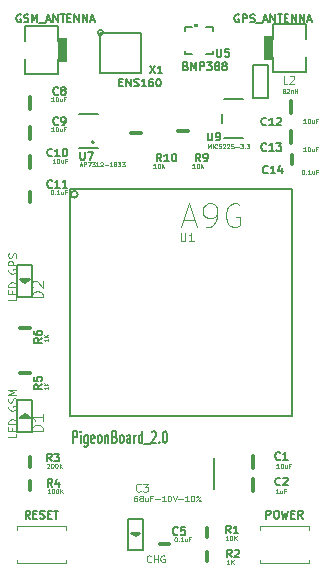
<source format=gbr>
%TF.GenerationSoftware,KiCad,Pcbnew,7.0.8*%
%TF.CreationDate,2023-10-19T11:53:07-06:00*%
%TF.ProjectId,air_station_1v5,6169725f-7374-4617-9469-6f6e5f317635,rev?*%
%TF.SameCoordinates,Original*%
%TF.FileFunction,Legend,Top*%
%TF.FilePolarity,Positive*%
%FSLAX46Y46*%
G04 Gerber Fmt 4.6, Leading zero omitted, Abs format (unit mm)*
G04 Created by KiCad (PCBNEW 7.0.8) date 2023-10-19 11:53:07*
%MOMM*%
%LPD*%
G01*
G04 APERTURE LIST*
%ADD10C,0.150000*%
%ADD11C,0.142240*%
%ADD12C,0.146304*%
%ADD13C,0.040640*%
%ADD14C,0.121920*%
%ADD15C,0.063500*%
%ADD16C,0.097536*%
%ADD17C,0.152400*%
%ADD18C,0.304800*%
%ADD19C,0.127000*%
%ADD20C,0.120000*%
%ADD21C,0.203200*%
G04 APERTURE END LIST*
D10*
X81662826Y-89406042D02*
X81662826Y-88416042D01*
X81662826Y-88416042D02*
X81914255Y-88416042D01*
X81914255Y-88416042D02*
X81977112Y-88463185D01*
X81977112Y-88463185D02*
X82008541Y-88510328D01*
X82008541Y-88510328D02*
X82039969Y-88604614D01*
X82039969Y-88604614D02*
X82039969Y-88746042D01*
X82039969Y-88746042D02*
X82008541Y-88840328D01*
X82008541Y-88840328D02*
X81977112Y-88887471D01*
X81977112Y-88887471D02*
X81914255Y-88934614D01*
X81914255Y-88934614D02*
X81662826Y-88934614D01*
X82322826Y-89406042D02*
X82322826Y-88746042D01*
X82322826Y-88416042D02*
X82291398Y-88463185D01*
X82291398Y-88463185D02*
X82322826Y-88510328D01*
X82322826Y-88510328D02*
X82354255Y-88463185D01*
X82354255Y-88463185D02*
X82322826Y-88416042D01*
X82322826Y-88416042D02*
X82322826Y-88510328D01*
X82919970Y-88746042D02*
X82919970Y-89547471D01*
X82919970Y-89547471D02*
X82888541Y-89641757D01*
X82888541Y-89641757D02*
X82857112Y-89688900D01*
X82857112Y-89688900D02*
X82794255Y-89736042D01*
X82794255Y-89736042D02*
X82699970Y-89736042D01*
X82699970Y-89736042D02*
X82637112Y-89688900D01*
X82919970Y-89358900D02*
X82857112Y-89406042D01*
X82857112Y-89406042D02*
X82731398Y-89406042D01*
X82731398Y-89406042D02*
X82668541Y-89358900D01*
X82668541Y-89358900D02*
X82637112Y-89311757D01*
X82637112Y-89311757D02*
X82605684Y-89217471D01*
X82605684Y-89217471D02*
X82605684Y-88934614D01*
X82605684Y-88934614D02*
X82637112Y-88840328D01*
X82637112Y-88840328D02*
X82668541Y-88793185D01*
X82668541Y-88793185D02*
X82731398Y-88746042D01*
X82731398Y-88746042D02*
X82857112Y-88746042D01*
X82857112Y-88746042D02*
X82919970Y-88793185D01*
X83485684Y-89358900D02*
X83422827Y-89406042D01*
X83422827Y-89406042D02*
X83297113Y-89406042D01*
X83297113Y-89406042D02*
X83234255Y-89358900D01*
X83234255Y-89358900D02*
X83202827Y-89264614D01*
X83202827Y-89264614D02*
X83202827Y-88887471D01*
X83202827Y-88887471D02*
X83234255Y-88793185D01*
X83234255Y-88793185D02*
X83297113Y-88746042D01*
X83297113Y-88746042D02*
X83422827Y-88746042D01*
X83422827Y-88746042D02*
X83485684Y-88793185D01*
X83485684Y-88793185D02*
X83517113Y-88887471D01*
X83517113Y-88887471D02*
X83517113Y-88981757D01*
X83517113Y-88981757D02*
X83202827Y-89076042D01*
X83894255Y-89406042D02*
X83831398Y-89358900D01*
X83831398Y-89358900D02*
X83799969Y-89311757D01*
X83799969Y-89311757D02*
X83768541Y-89217471D01*
X83768541Y-89217471D02*
X83768541Y-88934614D01*
X83768541Y-88934614D02*
X83799969Y-88840328D01*
X83799969Y-88840328D02*
X83831398Y-88793185D01*
X83831398Y-88793185D02*
X83894255Y-88746042D01*
X83894255Y-88746042D02*
X83988541Y-88746042D01*
X83988541Y-88746042D02*
X84051398Y-88793185D01*
X84051398Y-88793185D02*
X84082827Y-88840328D01*
X84082827Y-88840328D02*
X84114255Y-88934614D01*
X84114255Y-88934614D02*
X84114255Y-89217471D01*
X84114255Y-89217471D02*
X84082827Y-89311757D01*
X84082827Y-89311757D02*
X84051398Y-89358900D01*
X84051398Y-89358900D02*
X83988541Y-89406042D01*
X83988541Y-89406042D02*
X83894255Y-89406042D01*
X84397112Y-88746042D02*
X84397112Y-89406042D01*
X84397112Y-88840328D02*
X84428541Y-88793185D01*
X84428541Y-88793185D02*
X84491398Y-88746042D01*
X84491398Y-88746042D02*
X84585684Y-88746042D01*
X84585684Y-88746042D02*
X84648541Y-88793185D01*
X84648541Y-88793185D02*
X84679970Y-88887471D01*
X84679970Y-88887471D02*
X84679970Y-89406042D01*
X85214255Y-88887471D02*
X85308541Y-88934614D01*
X85308541Y-88934614D02*
X85339970Y-88981757D01*
X85339970Y-88981757D02*
X85371398Y-89076042D01*
X85371398Y-89076042D02*
X85371398Y-89217471D01*
X85371398Y-89217471D02*
X85339970Y-89311757D01*
X85339970Y-89311757D02*
X85308541Y-89358900D01*
X85308541Y-89358900D02*
X85245684Y-89406042D01*
X85245684Y-89406042D02*
X84994255Y-89406042D01*
X84994255Y-89406042D02*
X84994255Y-88416042D01*
X84994255Y-88416042D02*
X85214255Y-88416042D01*
X85214255Y-88416042D02*
X85277113Y-88463185D01*
X85277113Y-88463185D02*
X85308541Y-88510328D01*
X85308541Y-88510328D02*
X85339970Y-88604614D01*
X85339970Y-88604614D02*
X85339970Y-88698900D01*
X85339970Y-88698900D02*
X85308541Y-88793185D01*
X85308541Y-88793185D02*
X85277113Y-88840328D01*
X85277113Y-88840328D02*
X85214255Y-88887471D01*
X85214255Y-88887471D02*
X84994255Y-88887471D01*
X85748541Y-89406042D02*
X85685684Y-89358900D01*
X85685684Y-89358900D02*
X85654255Y-89311757D01*
X85654255Y-89311757D02*
X85622827Y-89217471D01*
X85622827Y-89217471D02*
X85622827Y-88934614D01*
X85622827Y-88934614D02*
X85654255Y-88840328D01*
X85654255Y-88840328D02*
X85685684Y-88793185D01*
X85685684Y-88793185D02*
X85748541Y-88746042D01*
X85748541Y-88746042D02*
X85842827Y-88746042D01*
X85842827Y-88746042D02*
X85905684Y-88793185D01*
X85905684Y-88793185D02*
X85937113Y-88840328D01*
X85937113Y-88840328D02*
X85968541Y-88934614D01*
X85968541Y-88934614D02*
X85968541Y-89217471D01*
X85968541Y-89217471D02*
X85937113Y-89311757D01*
X85937113Y-89311757D02*
X85905684Y-89358900D01*
X85905684Y-89358900D02*
X85842827Y-89406042D01*
X85842827Y-89406042D02*
X85748541Y-89406042D01*
X86534256Y-89406042D02*
X86534256Y-88887471D01*
X86534256Y-88887471D02*
X86502827Y-88793185D01*
X86502827Y-88793185D02*
X86439970Y-88746042D01*
X86439970Y-88746042D02*
X86314256Y-88746042D01*
X86314256Y-88746042D02*
X86251398Y-88793185D01*
X86534256Y-89358900D02*
X86471398Y-89406042D01*
X86471398Y-89406042D02*
X86314256Y-89406042D01*
X86314256Y-89406042D02*
X86251398Y-89358900D01*
X86251398Y-89358900D02*
X86219970Y-89264614D01*
X86219970Y-89264614D02*
X86219970Y-89170328D01*
X86219970Y-89170328D02*
X86251398Y-89076042D01*
X86251398Y-89076042D02*
X86314256Y-89028900D01*
X86314256Y-89028900D02*
X86471398Y-89028900D01*
X86471398Y-89028900D02*
X86534256Y-88981757D01*
X86848541Y-89406042D02*
X86848541Y-88746042D01*
X86848541Y-88934614D02*
X86879970Y-88840328D01*
X86879970Y-88840328D02*
X86911399Y-88793185D01*
X86911399Y-88793185D02*
X86974256Y-88746042D01*
X86974256Y-88746042D02*
X87037113Y-88746042D01*
X87539970Y-89406042D02*
X87539970Y-88416042D01*
X87539970Y-89358900D02*
X87477112Y-89406042D01*
X87477112Y-89406042D02*
X87351398Y-89406042D01*
X87351398Y-89406042D02*
X87288541Y-89358900D01*
X87288541Y-89358900D02*
X87257112Y-89311757D01*
X87257112Y-89311757D02*
X87225684Y-89217471D01*
X87225684Y-89217471D02*
X87225684Y-88934614D01*
X87225684Y-88934614D02*
X87257112Y-88840328D01*
X87257112Y-88840328D02*
X87288541Y-88793185D01*
X87288541Y-88793185D02*
X87351398Y-88746042D01*
X87351398Y-88746042D02*
X87477112Y-88746042D01*
X87477112Y-88746042D02*
X87539970Y-88793185D01*
X87697113Y-89500328D02*
X88199970Y-89500328D01*
X88325684Y-88510328D02*
X88357112Y-88463185D01*
X88357112Y-88463185D02*
X88419970Y-88416042D01*
X88419970Y-88416042D02*
X88577112Y-88416042D01*
X88577112Y-88416042D02*
X88639970Y-88463185D01*
X88639970Y-88463185D02*
X88671398Y-88510328D01*
X88671398Y-88510328D02*
X88702827Y-88604614D01*
X88702827Y-88604614D02*
X88702827Y-88698900D01*
X88702827Y-88698900D02*
X88671398Y-88840328D01*
X88671398Y-88840328D02*
X88294255Y-89406042D01*
X88294255Y-89406042D02*
X88702827Y-89406042D01*
X88985683Y-89311757D02*
X89017112Y-89358900D01*
X89017112Y-89358900D02*
X88985683Y-89406042D01*
X88985683Y-89406042D02*
X88954255Y-89358900D01*
X88954255Y-89358900D02*
X88985683Y-89311757D01*
X88985683Y-89311757D02*
X88985683Y-89406042D01*
X89425684Y-88416042D02*
X89488541Y-88416042D01*
X89488541Y-88416042D02*
X89551398Y-88463185D01*
X89551398Y-88463185D02*
X89582827Y-88510328D01*
X89582827Y-88510328D02*
X89614255Y-88604614D01*
X89614255Y-88604614D02*
X89645684Y-88793185D01*
X89645684Y-88793185D02*
X89645684Y-89028900D01*
X89645684Y-89028900D02*
X89614255Y-89217471D01*
X89614255Y-89217471D02*
X89582827Y-89311757D01*
X89582827Y-89311757D02*
X89551398Y-89358900D01*
X89551398Y-89358900D02*
X89488541Y-89406042D01*
X89488541Y-89406042D02*
X89425684Y-89406042D01*
X89425684Y-89406042D02*
X89362827Y-89358900D01*
X89362827Y-89358900D02*
X89331398Y-89311757D01*
X89331398Y-89311757D02*
X89299969Y-89217471D01*
X89299969Y-89217471D02*
X89268541Y-89028900D01*
X89268541Y-89028900D02*
X89268541Y-88793185D01*
X89268541Y-88793185D02*
X89299969Y-88604614D01*
X89299969Y-88604614D02*
X89331398Y-88510328D01*
X89331398Y-88510328D02*
X89362827Y-88463185D01*
X89362827Y-88463185D02*
X89425684Y-88416042D01*
D11*
X88183876Y-57447017D02*
X88623876Y-58107017D01*
X88623876Y-57447017D02*
X88183876Y-58107017D01*
X89221019Y-58107017D02*
X88843876Y-58107017D01*
X89032447Y-58107017D02*
X89032447Y-57447017D01*
X89032447Y-57447017D02*
X88969590Y-57541303D01*
X88969590Y-57541303D02*
X88906733Y-57604160D01*
X88906733Y-57604160D02*
X88843876Y-57635589D01*
X85594720Y-58875117D02*
X85814720Y-58875117D01*
X85909006Y-59220831D02*
X85594720Y-59220831D01*
X85594720Y-59220831D02*
X85594720Y-58560831D01*
X85594720Y-58560831D02*
X85909006Y-58560831D01*
X86191863Y-59220831D02*
X86191863Y-58560831D01*
X86191863Y-58560831D02*
X86569006Y-59220831D01*
X86569006Y-59220831D02*
X86569006Y-58560831D01*
X86851864Y-59189403D02*
X86946150Y-59220831D01*
X86946150Y-59220831D02*
X87103292Y-59220831D01*
X87103292Y-59220831D02*
X87166150Y-59189403D01*
X87166150Y-59189403D02*
X87197578Y-59157974D01*
X87197578Y-59157974D02*
X87229007Y-59095117D01*
X87229007Y-59095117D02*
X87229007Y-59032260D01*
X87229007Y-59032260D02*
X87197578Y-58969403D01*
X87197578Y-58969403D02*
X87166150Y-58937974D01*
X87166150Y-58937974D02*
X87103292Y-58906545D01*
X87103292Y-58906545D02*
X86977578Y-58875117D01*
X86977578Y-58875117D02*
X86914721Y-58843688D01*
X86914721Y-58843688D02*
X86883292Y-58812260D01*
X86883292Y-58812260D02*
X86851864Y-58749403D01*
X86851864Y-58749403D02*
X86851864Y-58686545D01*
X86851864Y-58686545D02*
X86883292Y-58623688D01*
X86883292Y-58623688D02*
X86914721Y-58592260D01*
X86914721Y-58592260D02*
X86977578Y-58560831D01*
X86977578Y-58560831D02*
X87134721Y-58560831D01*
X87134721Y-58560831D02*
X87229007Y-58592260D01*
X87857578Y-59220831D02*
X87480435Y-59220831D01*
X87669006Y-59220831D02*
X87669006Y-58560831D01*
X87669006Y-58560831D02*
X87606149Y-58655117D01*
X87606149Y-58655117D02*
X87543292Y-58717974D01*
X87543292Y-58717974D02*
X87480435Y-58749403D01*
X88423292Y-58560831D02*
X88297577Y-58560831D01*
X88297577Y-58560831D02*
X88234720Y-58592260D01*
X88234720Y-58592260D02*
X88203292Y-58623688D01*
X88203292Y-58623688D02*
X88140434Y-58717974D01*
X88140434Y-58717974D02*
X88109006Y-58843688D01*
X88109006Y-58843688D02*
X88109006Y-59095117D01*
X88109006Y-59095117D02*
X88140434Y-59157974D01*
X88140434Y-59157974D02*
X88171863Y-59189403D01*
X88171863Y-59189403D02*
X88234720Y-59220831D01*
X88234720Y-59220831D02*
X88360434Y-59220831D01*
X88360434Y-59220831D02*
X88423292Y-59189403D01*
X88423292Y-59189403D02*
X88454720Y-59157974D01*
X88454720Y-59157974D02*
X88486149Y-59095117D01*
X88486149Y-59095117D02*
X88486149Y-58937974D01*
X88486149Y-58937974D02*
X88454720Y-58875117D01*
X88454720Y-58875117D02*
X88423292Y-58843688D01*
X88423292Y-58843688D02*
X88360434Y-58812260D01*
X88360434Y-58812260D02*
X88234720Y-58812260D01*
X88234720Y-58812260D02*
X88171863Y-58843688D01*
X88171863Y-58843688D02*
X88140434Y-58875117D01*
X88140434Y-58875117D02*
X88109006Y-58937974D01*
X88894720Y-58560831D02*
X88957577Y-58560831D01*
X88957577Y-58560831D02*
X89020434Y-58592260D01*
X89020434Y-58592260D02*
X89051863Y-58623688D01*
X89051863Y-58623688D02*
X89083291Y-58686545D01*
X89083291Y-58686545D02*
X89114720Y-58812260D01*
X89114720Y-58812260D02*
X89114720Y-58969403D01*
X89114720Y-58969403D02*
X89083291Y-59095117D01*
X89083291Y-59095117D02*
X89051863Y-59157974D01*
X89051863Y-59157974D02*
X89020434Y-59189403D01*
X89020434Y-59189403D02*
X88957577Y-59220831D01*
X88957577Y-59220831D02*
X88894720Y-59220831D01*
X88894720Y-59220831D02*
X88831863Y-59189403D01*
X88831863Y-59189403D02*
X88800434Y-59157974D01*
X88800434Y-59157974D02*
X88769005Y-59095117D01*
X88769005Y-59095117D02*
X88737577Y-58969403D01*
X88737577Y-58969403D02*
X88737577Y-58812260D01*
X88737577Y-58812260D02*
X88769005Y-58686545D01*
X88769005Y-58686545D02*
X88800434Y-58623688D01*
X88800434Y-58623688D02*
X88831863Y-58592260D01*
X88831863Y-58592260D02*
X88894720Y-58560831D01*
D12*
X79914038Y-93128825D02*
X79691873Y-92811446D01*
X79533183Y-93128825D02*
X79533183Y-92462329D01*
X79533183Y-92462329D02*
X79787086Y-92462329D01*
X79787086Y-92462329D02*
X79850562Y-92494067D01*
X79850562Y-92494067D02*
X79882300Y-92525805D01*
X79882300Y-92525805D02*
X79914038Y-92589281D01*
X79914038Y-92589281D02*
X79914038Y-92684495D01*
X79914038Y-92684495D02*
X79882300Y-92747971D01*
X79882300Y-92747971D02*
X79850562Y-92779708D01*
X79850562Y-92779708D02*
X79787086Y-92811446D01*
X79787086Y-92811446D02*
X79533183Y-92811446D01*
X80485320Y-92684495D02*
X80485320Y-93128825D01*
X80326631Y-92430592D02*
X80167941Y-92906660D01*
X80167941Y-92906660D02*
X80580534Y-92906660D01*
D13*
X79740149Y-93679124D02*
X79531143Y-93679124D01*
X79635646Y-93679124D02*
X79635646Y-93313364D01*
X79635646Y-93313364D02*
X79600812Y-93365615D01*
X79600812Y-93365615D02*
X79565977Y-93400449D01*
X79565977Y-93400449D02*
X79531143Y-93417867D01*
X79966572Y-93313364D02*
X80001406Y-93313364D01*
X80001406Y-93313364D02*
X80036240Y-93330781D01*
X80036240Y-93330781D02*
X80053658Y-93348198D01*
X80053658Y-93348198D02*
X80071075Y-93383032D01*
X80071075Y-93383032D02*
X80088492Y-93452701D01*
X80088492Y-93452701D02*
X80088492Y-93539787D01*
X80088492Y-93539787D02*
X80071075Y-93609455D01*
X80071075Y-93609455D02*
X80053658Y-93644289D01*
X80053658Y-93644289D02*
X80036240Y-93661707D01*
X80036240Y-93661707D02*
X80001406Y-93679124D01*
X80001406Y-93679124D02*
X79966572Y-93679124D01*
X79966572Y-93679124D02*
X79931738Y-93661707D01*
X79931738Y-93661707D02*
X79914320Y-93644289D01*
X79914320Y-93644289D02*
X79896903Y-93609455D01*
X79896903Y-93609455D02*
X79879486Y-93539787D01*
X79879486Y-93539787D02*
X79879486Y-93452701D01*
X79879486Y-93452701D02*
X79896903Y-93383032D01*
X79896903Y-93383032D02*
X79914320Y-93348198D01*
X79914320Y-93348198D02*
X79931738Y-93330781D01*
X79931738Y-93330781D02*
X79966572Y-93313364D01*
X80314915Y-93313364D02*
X80349749Y-93313364D01*
X80349749Y-93313364D02*
X80384583Y-93330781D01*
X80384583Y-93330781D02*
X80402001Y-93348198D01*
X80402001Y-93348198D02*
X80419418Y-93383032D01*
X80419418Y-93383032D02*
X80436835Y-93452701D01*
X80436835Y-93452701D02*
X80436835Y-93539787D01*
X80436835Y-93539787D02*
X80419418Y-93609455D01*
X80419418Y-93609455D02*
X80402001Y-93644289D01*
X80402001Y-93644289D02*
X80384583Y-93661707D01*
X80384583Y-93661707D02*
X80349749Y-93679124D01*
X80349749Y-93679124D02*
X80314915Y-93679124D01*
X80314915Y-93679124D02*
X80280081Y-93661707D01*
X80280081Y-93661707D02*
X80262663Y-93644289D01*
X80262663Y-93644289D02*
X80245246Y-93609455D01*
X80245246Y-93609455D02*
X80227829Y-93539787D01*
X80227829Y-93539787D02*
X80227829Y-93452701D01*
X80227829Y-93452701D02*
X80245246Y-93383032D01*
X80245246Y-93383032D02*
X80262663Y-93348198D01*
X80262663Y-93348198D02*
X80280081Y-93330781D01*
X80280081Y-93330781D02*
X80314915Y-93313364D01*
X80593589Y-93679124D02*
X80593589Y-93313364D01*
X80802595Y-93679124D02*
X80645841Y-93470118D01*
X80802595Y-93313364D02*
X80593589Y-93522369D01*
D10*
X95724541Y-53130857D02*
X95661684Y-53099428D01*
X95661684Y-53099428D02*
X95567398Y-53099428D01*
X95567398Y-53099428D02*
X95473112Y-53130857D01*
X95473112Y-53130857D02*
X95410255Y-53193714D01*
X95410255Y-53193714D02*
X95378826Y-53256571D01*
X95378826Y-53256571D02*
X95347398Y-53382285D01*
X95347398Y-53382285D02*
X95347398Y-53476571D01*
X95347398Y-53476571D02*
X95378826Y-53602285D01*
X95378826Y-53602285D02*
X95410255Y-53665142D01*
X95410255Y-53665142D02*
X95473112Y-53728000D01*
X95473112Y-53728000D02*
X95567398Y-53759428D01*
X95567398Y-53759428D02*
X95630255Y-53759428D01*
X95630255Y-53759428D02*
X95724541Y-53728000D01*
X95724541Y-53728000D02*
X95755969Y-53696571D01*
X95755969Y-53696571D02*
X95755969Y-53476571D01*
X95755969Y-53476571D02*
X95630255Y-53476571D01*
X96038826Y-53759428D02*
X96038826Y-53099428D01*
X96038826Y-53099428D02*
X96290255Y-53099428D01*
X96290255Y-53099428D02*
X96353112Y-53130857D01*
X96353112Y-53130857D02*
X96384541Y-53162285D01*
X96384541Y-53162285D02*
X96415969Y-53225142D01*
X96415969Y-53225142D02*
X96415969Y-53319428D01*
X96415969Y-53319428D02*
X96384541Y-53382285D01*
X96384541Y-53382285D02*
X96353112Y-53413714D01*
X96353112Y-53413714D02*
X96290255Y-53445142D01*
X96290255Y-53445142D02*
X96038826Y-53445142D01*
X96667398Y-53728000D02*
X96761684Y-53759428D01*
X96761684Y-53759428D02*
X96918826Y-53759428D01*
X96918826Y-53759428D02*
X96981684Y-53728000D01*
X96981684Y-53728000D02*
X97013112Y-53696571D01*
X97013112Y-53696571D02*
X97044541Y-53633714D01*
X97044541Y-53633714D02*
X97044541Y-53570857D01*
X97044541Y-53570857D02*
X97013112Y-53508000D01*
X97013112Y-53508000D02*
X96981684Y-53476571D01*
X96981684Y-53476571D02*
X96918826Y-53445142D01*
X96918826Y-53445142D02*
X96793112Y-53413714D01*
X96793112Y-53413714D02*
X96730255Y-53382285D01*
X96730255Y-53382285D02*
X96698826Y-53350857D01*
X96698826Y-53350857D02*
X96667398Y-53288000D01*
X96667398Y-53288000D02*
X96667398Y-53225142D01*
X96667398Y-53225142D02*
X96698826Y-53162285D01*
X96698826Y-53162285D02*
X96730255Y-53130857D01*
X96730255Y-53130857D02*
X96793112Y-53099428D01*
X96793112Y-53099428D02*
X96950255Y-53099428D01*
X96950255Y-53099428D02*
X97044541Y-53130857D01*
X97170255Y-53822285D02*
X97673112Y-53822285D01*
X97798826Y-53570857D02*
X98113112Y-53570857D01*
X97735969Y-53759428D02*
X97955969Y-53099428D01*
X97955969Y-53099428D02*
X98175969Y-53759428D01*
X98395968Y-53759428D02*
X98395968Y-53099428D01*
X98395968Y-53099428D02*
X98773111Y-53759428D01*
X98773111Y-53759428D02*
X98773111Y-53099428D01*
X98993112Y-53099428D02*
X99370255Y-53099428D01*
X99181683Y-53759428D02*
X99181683Y-53099428D01*
X99590254Y-53413714D02*
X99810254Y-53413714D01*
X99904540Y-53759428D02*
X99590254Y-53759428D01*
X99590254Y-53759428D02*
X99590254Y-53099428D01*
X99590254Y-53099428D02*
X99904540Y-53099428D01*
X100187397Y-53759428D02*
X100187397Y-53099428D01*
X100187397Y-53099428D02*
X100564540Y-53759428D01*
X100564540Y-53759428D02*
X100564540Y-53099428D01*
X100878826Y-53759428D02*
X100878826Y-53099428D01*
X100878826Y-53099428D02*
X101255969Y-53759428D01*
X101255969Y-53759428D02*
X101255969Y-53099428D01*
X101538827Y-53570857D02*
X101853113Y-53570857D01*
X101475970Y-53759428D02*
X101695970Y-53099428D01*
X101695970Y-53099428D02*
X101915970Y-53759428D01*
D12*
X79031825Y-80517203D02*
X78714446Y-80739368D01*
X79031825Y-80898058D02*
X78365329Y-80898058D01*
X78365329Y-80898058D02*
X78365329Y-80644155D01*
X78365329Y-80644155D02*
X78397067Y-80580679D01*
X78397067Y-80580679D02*
X78428805Y-80548941D01*
X78428805Y-80548941D02*
X78492281Y-80517203D01*
X78492281Y-80517203D02*
X78587495Y-80517203D01*
X78587495Y-80517203D02*
X78650971Y-80548941D01*
X78650971Y-80548941D02*
X78682708Y-80580679D01*
X78682708Y-80580679D02*
X78714446Y-80644155D01*
X78714446Y-80644155D02*
X78714446Y-80898058D01*
X78365329Y-79945921D02*
X78365329Y-80072872D01*
X78365329Y-80072872D02*
X78397067Y-80136348D01*
X78397067Y-80136348D02*
X78428805Y-80168086D01*
X78428805Y-80168086D02*
X78524019Y-80231562D01*
X78524019Y-80231562D02*
X78650971Y-80263300D01*
X78650971Y-80263300D02*
X78904874Y-80263300D01*
X78904874Y-80263300D02*
X78968350Y-80231562D01*
X78968350Y-80231562D02*
X79000088Y-80199824D01*
X79000088Y-80199824D02*
X79031825Y-80136348D01*
X79031825Y-80136348D02*
X79031825Y-80009397D01*
X79031825Y-80009397D02*
X79000088Y-79945921D01*
X79000088Y-79945921D02*
X78968350Y-79914183D01*
X78968350Y-79914183D02*
X78904874Y-79882445D01*
X78904874Y-79882445D02*
X78746184Y-79882445D01*
X78746184Y-79882445D02*
X78682708Y-79914183D01*
X78682708Y-79914183D02*
X78650971Y-79945921D01*
X78650971Y-79945921D02*
X78619233Y-80009397D01*
X78619233Y-80009397D02*
X78619233Y-80136348D01*
X78619233Y-80136348D02*
X78650971Y-80199824D01*
X78650971Y-80199824D02*
X78682708Y-80231562D01*
X78682708Y-80231562D02*
X78746184Y-80263300D01*
D13*
X79582124Y-80593589D02*
X79582124Y-80802595D01*
X79582124Y-80698092D02*
X79216364Y-80698092D01*
X79216364Y-80698092D02*
X79268615Y-80732926D01*
X79268615Y-80732926D02*
X79303449Y-80767761D01*
X79303449Y-80767761D02*
X79320867Y-80802595D01*
X79582124Y-80436835D02*
X79216364Y-80436835D01*
X79582124Y-80227829D02*
X79373118Y-80384583D01*
X79216364Y-80227829D02*
X79425369Y-80436835D01*
D12*
X89154796Y-65569825D02*
X88932631Y-65252446D01*
X88773941Y-65569825D02*
X88773941Y-64903329D01*
X88773941Y-64903329D02*
X89027844Y-64903329D01*
X89027844Y-64903329D02*
X89091320Y-64935067D01*
X89091320Y-64935067D02*
X89123058Y-64966805D01*
X89123058Y-64966805D02*
X89154796Y-65030281D01*
X89154796Y-65030281D02*
X89154796Y-65125495D01*
X89154796Y-65125495D02*
X89123058Y-65188971D01*
X89123058Y-65188971D02*
X89091320Y-65220708D01*
X89091320Y-65220708D02*
X89027844Y-65252446D01*
X89027844Y-65252446D02*
X88773941Y-65252446D01*
X89789554Y-65569825D02*
X89408699Y-65569825D01*
X89599127Y-65569825D02*
X89599127Y-64903329D01*
X89599127Y-64903329D02*
X89535651Y-64998543D01*
X89535651Y-64998543D02*
X89472175Y-65062019D01*
X89472175Y-65062019D02*
X89408699Y-65093757D01*
X90202147Y-64903329D02*
X90265622Y-64903329D01*
X90265622Y-64903329D02*
X90329098Y-64935067D01*
X90329098Y-64935067D02*
X90360836Y-64966805D01*
X90360836Y-64966805D02*
X90392574Y-65030281D01*
X90392574Y-65030281D02*
X90424312Y-65157233D01*
X90424312Y-65157233D02*
X90424312Y-65315922D01*
X90424312Y-65315922D02*
X90392574Y-65442874D01*
X90392574Y-65442874D02*
X90360836Y-65506350D01*
X90360836Y-65506350D02*
X90329098Y-65538088D01*
X90329098Y-65538088D02*
X90265622Y-65569825D01*
X90265622Y-65569825D02*
X90202147Y-65569825D01*
X90202147Y-65569825D02*
X90138671Y-65538088D01*
X90138671Y-65538088D02*
X90106933Y-65506350D01*
X90106933Y-65506350D02*
X90075195Y-65442874D01*
X90075195Y-65442874D02*
X90043457Y-65315922D01*
X90043457Y-65315922D02*
X90043457Y-65157233D01*
X90043457Y-65157233D02*
X90075195Y-65030281D01*
X90075195Y-65030281D02*
X90106933Y-64966805D01*
X90106933Y-64966805D02*
X90138671Y-64935067D01*
X90138671Y-64935067D02*
X90202147Y-64903329D01*
D13*
X88697410Y-66120124D02*
X88488404Y-66120124D01*
X88592907Y-66120124D02*
X88592907Y-65754364D01*
X88592907Y-65754364D02*
X88558073Y-65806615D01*
X88558073Y-65806615D02*
X88523238Y-65841449D01*
X88523238Y-65841449D02*
X88488404Y-65858867D01*
X88923833Y-65754364D02*
X88958667Y-65754364D01*
X88958667Y-65754364D02*
X88993501Y-65771781D01*
X88993501Y-65771781D02*
X89010919Y-65789198D01*
X89010919Y-65789198D02*
X89028336Y-65824032D01*
X89028336Y-65824032D02*
X89045753Y-65893701D01*
X89045753Y-65893701D02*
X89045753Y-65980787D01*
X89045753Y-65980787D02*
X89028336Y-66050455D01*
X89028336Y-66050455D02*
X89010919Y-66085289D01*
X89010919Y-66085289D02*
X88993501Y-66102707D01*
X88993501Y-66102707D02*
X88958667Y-66120124D01*
X88958667Y-66120124D02*
X88923833Y-66120124D01*
X88923833Y-66120124D02*
X88888999Y-66102707D01*
X88888999Y-66102707D02*
X88871581Y-66085289D01*
X88871581Y-66085289D02*
X88854164Y-66050455D01*
X88854164Y-66050455D02*
X88836747Y-65980787D01*
X88836747Y-65980787D02*
X88836747Y-65893701D01*
X88836747Y-65893701D02*
X88854164Y-65824032D01*
X88854164Y-65824032D02*
X88871581Y-65789198D01*
X88871581Y-65789198D02*
X88888999Y-65771781D01*
X88888999Y-65771781D02*
X88923833Y-65754364D01*
X89202507Y-66120124D02*
X89202507Y-65754364D01*
X89411513Y-66120124D02*
X89254759Y-65911118D01*
X89411513Y-65754364D02*
X89202507Y-65963369D01*
D12*
X90551796Y-97129350D02*
X90520058Y-97161088D01*
X90520058Y-97161088D02*
X90424844Y-97192825D01*
X90424844Y-97192825D02*
X90361368Y-97192825D01*
X90361368Y-97192825D02*
X90266155Y-97161088D01*
X90266155Y-97161088D02*
X90202679Y-97097612D01*
X90202679Y-97097612D02*
X90170941Y-97034136D01*
X90170941Y-97034136D02*
X90139203Y-96907184D01*
X90139203Y-96907184D02*
X90139203Y-96811971D01*
X90139203Y-96811971D02*
X90170941Y-96685019D01*
X90170941Y-96685019D02*
X90202679Y-96621543D01*
X90202679Y-96621543D02*
X90266155Y-96558067D01*
X90266155Y-96558067D02*
X90361368Y-96526329D01*
X90361368Y-96526329D02*
X90424844Y-96526329D01*
X90424844Y-96526329D02*
X90520058Y-96558067D01*
X90520058Y-96558067D02*
X90551796Y-96589805D01*
X91154816Y-96526329D02*
X90837437Y-96526329D01*
X90837437Y-96526329D02*
X90805699Y-96843708D01*
X90805699Y-96843708D02*
X90837437Y-96811971D01*
X90837437Y-96811971D02*
X90900913Y-96780233D01*
X90900913Y-96780233D02*
X91059602Y-96780233D01*
X91059602Y-96780233D02*
X91123078Y-96811971D01*
X91123078Y-96811971D02*
X91154816Y-96843708D01*
X91154816Y-96843708D02*
X91186554Y-96907184D01*
X91186554Y-96907184D02*
X91186554Y-97065874D01*
X91186554Y-97065874D02*
X91154816Y-97129350D01*
X91154816Y-97129350D02*
X91123078Y-97161088D01*
X91123078Y-97161088D02*
X91059602Y-97192825D01*
X91059602Y-97192825D02*
X90900913Y-97192825D01*
X90900913Y-97192825D02*
X90837437Y-97161088D01*
X90837437Y-97161088D02*
X90805699Y-97129350D01*
D13*
X90353490Y-97377364D02*
X90388324Y-97377364D01*
X90388324Y-97377364D02*
X90423158Y-97394781D01*
X90423158Y-97394781D02*
X90440576Y-97412198D01*
X90440576Y-97412198D02*
X90457993Y-97447032D01*
X90457993Y-97447032D02*
X90475410Y-97516701D01*
X90475410Y-97516701D02*
X90475410Y-97603787D01*
X90475410Y-97603787D02*
X90457993Y-97673455D01*
X90457993Y-97673455D02*
X90440576Y-97708289D01*
X90440576Y-97708289D02*
X90423158Y-97725707D01*
X90423158Y-97725707D02*
X90388324Y-97743124D01*
X90388324Y-97743124D02*
X90353490Y-97743124D01*
X90353490Y-97743124D02*
X90318656Y-97725707D01*
X90318656Y-97725707D02*
X90301238Y-97708289D01*
X90301238Y-97708289D02*
X90283821Y-97673455D01*
X90283821Y-97673455D02*
X90266404Y-97603787D01*
X90266404Y-97603787D02*
X90266404Y-97516701D01*
X90266404Y-97516701D02*
X90283821Y-97447032D01*
X90283821Y-97447032D02*
X90301238Y-97412198D01*
X90301238Y-97412198D02*
X90318656Y-97394781D01*
X90318656Y-97394781D02*
X90353490Y-97377364D01*
X90632164Y-97708289D02*
X90649581Y-97725707D01*
X90649581Y-97725707D02*
X90632164Y-97743124D01*
X90632164Y-97743124D02*
X90614747Y-97725707D01*
X90614747Y-97725707D02*
X90632164Y-97708289D01*
X90632164Y-97708289D02*
X90632164Y-97743124D01*
X90997924Y-97743124D02*
X90788918Y-97743124D01*
X90893421Y-97743124D02*
X90893421Y-97377364D01*
X90893421Y-97377364D02*
X90858587Y-97429615D01*
X90858587Y-97429615D02*
X90823752Y-97464449D01*
X90823752Y-97464449D02*
X90788918Y-97481867D01*
X91311433Y-97499284D02*
X91311433Y-97743124D01*
X91154678Y-97499284D02*
X91154678Y-97690872D01*
X91154678Y-97690872D02*
X91172095Y-97725707D01*
X91172095Y-97725707D02*
X91206930Y-97743124D01*
X91206930Y-97743124D02*
X91259181Y-97743124D01*
X91259181Y-97743124D02*
X91294015Y-97725707D01*
X91294015Y-97725707D02*
X91311433Y-97708289D01*
X91607524Y-97551535D02*
X91485604Y-97551535D01*
X91485604Y-97743124D02*
X91485604Y-97377364D01*
X91485604Y-97377364D02*
X91659776Y-97377364D01*
D10*
X78041428Y-95797528D02*
X77821428Y-95483242D01*
X77664285Y-95797528D02*
X77664285Y-95137528D01*
X77664285Y-95137528D02*
X77915714Y-95137528D01*
X77915714Y-95137528D02*
X77978571Y-95168957D01*
X77978571Y-95168957D02*
X78010000Y-95200385D01*
X78010000Y-95200385D02*
X78041428Y-95263242D01*
X78041428Y-95263242D02*
X78041428Y-95357528D01*
X78041428Y-95357528D02*
X78010000Y-95420385D01*
X78010000Y-95420385D02*
X77978571Y-95451814D01*
X77978571Y-95451814D02*
X77915714Y-95483242D01*
X77915714Y-95483242D02*
X77664285Y-95483242D01*
X78324285Y-95451814D02*
X78544285Y-95451814D01*
X78638571Y-95797528D02*
X78324285Y-95797528D01*
X78324285Y-95797528D02*
X78324285Y-95137528D01*
X78324285Y-95137528D02*
X78638571Y-95137528D01*
X78890000Y-95766100D02*
X78984286Y-95797528D01*
X78984286Y-95797528D02*
X79141428Y-95797528D01*
X79141428Y-95797528D02*
X79204286Y-95766100D01*
X79204286Y-95766100D02*
X79235714Y-95734671D01*
X79235714Y-95734671D02*
X79267143Y-95671814D01*
X79267143Y-95671814D02*
X79267143Y-95608957D01*
X79267143Y-95608957D02*
X79235714Y-95546100D01*
X79235714Y-95546100D02*
X79204286Y-95514671D01*
X79204286Y-95514671D02*
X79141428Y-95483242D01*
X79141428Y-95483242D02*
X79015714Y-95451814D01*
X79015714Y-95451814D02*
X78952857Y-95420385D01*
X78952857Y-95420385D02*
X78921428Y-95388957D01*
X78921428Y-95388957D02*
X78890000Y-95326100D01*
X78890000Y-95326100D02*
X78890000Y-95263242D01*
X78890000Y-95263242D02*
X78921428Y-95200385D01*
X78921428Y-95200385D02*
X78952857Y-95168957D01*
X78952857Y-95168957D02*
X79015714Y-95137528D01*
X79015714Y-95137528D02*
X79172857Y-95137528D01*
X79172857Y-95137528D02*
X79267143Y-95168957D01*
X79549999Y-95451814D02*
X79769999Y-95451814D01*
X79864285Y-95797528D02*
X79549999Y-95797528D01*
X79549999Y-95797528D02*
X79549999Y-95137528D01*
X79549999Y-95137528D02*
X79864285Y-95137528D01*
X80052857Y-95137528D02*
X80430000Y-95137528D01*
X80241428Y-95797528D02*
X80241428Y-95137528D01*
D12*
X98044796Y-62458350D02*
X98013058Y-62490088D01*
X98013058Y-62490088D02*
X97917844Y-62521825D01*
X97917844Y-62521825D02*
X97854368Y-62521825D01*
X97854368Y-62521825D02*
X97759155Y-62490088D01*
X97759155Y-62490088D02*
X97695679Y-62426612D01*
X97695679Y-62426612D02*
X97663941Y-62363136D01*
X97663941Y-62363136D02*
X97632203Y-62236184D01*
X97632203Y-62236184D02*
X97632203Y-62140971D01*
X97632203Y-62140971D02*
X97663941Y-62014019D01*
X97663941Y-62014019D02*
X97695679Y-61950543D01*
X97695679Y-61950543D02*
X97759155Y-61887067D01*
X97759155Y-61887067D02*
X97854368Y-61855329D01*
X97854368Y-61855329D02*
X97917844Y-61855329D01*
X97917844Y-61855329D02*
X98013058Y-61887067D01*
X98013058Y-61887067D02*
X98044796Y-61918805D01*
X98679554Y-62521825D02*
X98298699Y-62521825D01*
X98489127Y-62521825D02*
X98489127Y-61855329D01*
X98489127Y-61855329D02*
X98425651Y-61950543D01*
X98425651Y-61950543D02*
X98362175Y-62014019D01*
X98362175Y-62014019D02*
X98298699Y-62045757D01*
X98933457Y-61918805D02*
X98965195Y-61887067D01*
X98965195Y-61887067D02*
X99028671Y-61855329D01*
X99028671Y-61855329D02*
X99187360Y-61855329D01*
X99187360Y-61855329D02*
X99250836Y-61887067D01*
X99250836Y-61887067D02*
X99282574Y-61918805D01*
X99282574Y-61918805D02*
X99314312Y-61982281D01*
X99314312Y-61982281D02*
X99314312Y-62045757D01*
X99314312Y-62045757D02*
X99282574Y-62140971D01*
X99282574Y-62140971D02*
X98901719Y-62521825D01*
X98901719Y-62521825D02*
X99314312Y-62521825D01*
D13*
X101397410Y-62310124D02*
X101188404Y-62310124D01*
X101292907Y-62310124D02*
X101292907Y-61944364D01*
X101292907Y-61944364D02*
X101258073Y-61996615D01*
X101258073Y-61996615D02*
X101223238Y-62031449D01*
X101223238Y-62031449D02*
X101188404Y-62048867D01*
X101623833Y-61944364D02*
X101658667Y-61944364D01*
X101658667Y-61944364D02*
X101693501Y-61961781D01*
X101693501Y-61961781D02*
X101710919Y-61979198D01*
X101710919Y-61979198D02*
X101728336Y-62014032D01*
X101728336Y-62014032D02*
X101745753Y-62083701D01*
X101745753Y-62083701D02*
X101745753Y-62170787D01*
X101745753Y-62170787D02*
X101728336Y-62240455D01*
X101728336Y-62240455D02*
X101710919Y-62275289D01*
X101710919Y-62275289D02*
X101693501Y-62292707D01*
X101693501Y-62292707D02*
X101658667Y-62310124D01*
X101658667Y-62310124D02*
X101623833Y-62310124D01*
X101623833Y-62310124D02*
X101588999Y-62292707D01*
X101588999Y-62292707D02*
X101571581Y-62275289D01*
X101571581Y-62275289D02*
X101554164Y-62240455D01*
X101554164Y-62240455D02*
X101536747Y-62170787D01*
X101536747Y-62170787D02*
X101536747Y-62083701D01*
X101536747Y-62083701D02*
X101554164Y-62014032D01*
X101554164Y-62014032D02*
X101571581Y-61979198D01*
X101571581Y-61979198D02*
X101588999Y-61961781D01*
X101588999Y-61961781D02*
X101623833Y-61944364D01*
X102059262Y-62066284D02*
X102059262Y-62310124D01*
X101902507Y-62066284D02*
X101902507Y-62257872D01*
X101902507Y-62257872D02*
X101919924Y-62292707D01*
X101919924Y-62292707D02*
X101954759Y-62310124D01*
X101954759Y-62310124D02*
X102007010Y-62310124D01*
X102007010Y-62310124D02*
X102041844Y-62292707D01*
X102041844Y-62292707D02*
X102059262Y-62275289D01*
X102355353Y-62118535D02*
X102233433Y-62118535D01*
X102233433Y-62310124D02*
X102233433Y-61944364D01*
X102233433Y-61944364D02*
X102407605Y-61944364D01*
D12*
X79883796Y-90969825D02*
X79661631Y-90652446D01*
X79502941Y-90969825D02*
X79502941Y-90303329D01*
X79502941Y-90303329D02*
X79756844Y-90303329D01*
X79756844Y-90303329D02*
X79820320Y-90335067D01*
X79820320Y-90335067D02*
X79852058Y-90366805D01*
X79852058Y-90366805D02*
X79883796Y-90430281D01*
X79883796Y-90430281D02*
X79883796Y-90525495D01*
X79883796Y-90525495D02*
X79852058Y-90588971D01*
X79852058Y-90588971D02*
X79820320Y-90620708D01*
X79820320Y-90620708D02*
X79756844Y-90652446D01*
X79756844Y-90652446D02*
X79502941Y-90652446D01*
X80105961Y-90303329D02*
X80518554Y-90303329D01*
X80518554Y-90303329D02*
X80296389Y-90557233D01*
X80296389Y-90557233D02*
X80391602Y-90557233D01*
X80391602Y-90557233D02*
X80455078Y-90588971D01*
X80455078Y-90588971D02*
X80486816Y-90620708D01*
X80486816Y-90620708D02*
X80518554Y-90684184D01*
X80518554Y-90684184D02*
X80518554Y-90842874D01*
X80518554Y-90842874D02*
X80486816Y-90906350D01*
X80486816Y-90906350D02*
X80455078Y-90938088D01*
X80455078Y-90938088D02*
X80391602Y-90969825D01*
X80391602Y-90969825D02*
X80201175Y-90969825D01*
X80201175Y-90969825D02*
X80137699Y-90938088D01*
X80137699Y-90938088D02*
X80105961Y-90906350D01*
D13*
X79471404Y-91189198D02*
X79488821Y-91171781D01*
X79488821Y-91171781D02*
X79523656Y-91154364D01*
X79523656Y-91154364D02*
X79610741Y-91154364D01*
X79610741Y-91154364D02*
X79645576Y-91171781D01*
X79645576Y-91171781D02*
X79662993Y-91189198D01*
X79662993Y-91189198D02*
X79680410Y-91224032D01*
X79680410Y-91224032D02*
X79680410Y-91258867D01*
X79680410Y-91258867D02*
X79662993Y-91311118D01*
X79662993Y-91311118D02*
X79453987Y-91520124D01*
X79453987Y-91520124D02*
X79680410Y-91520124D01*
X79906833Y-91154364D02*
X79941667Y-91154364D01*
X79941667Y-91154364D02*
X79976501Y-91171781D01*
X79976501Y-91171781D02*
X79993919Y-91189198D01*
X79993919Y-91189198D02*
X80011336Y-91224032D01*
X80011336Y-91224032D02*
X80028753Y-91293701D01*
X80028753Y-91293701D02*
X80028753Y-91380787D01*
X80028753Y-91380787D02*
X80011336Y-91450455D01*
X80011336Y-91450455D02*
X79993919Y-91485289D01*
X79993919Y-91485289D02*
X79976501Y-91502707D01*
X79976501Y-91502707D02*
X79941667Y-91520124D01*
X79941667Y-91520124D02*
X79906833Y-91520124D01*
X79906833Y-91520124D02*
X79871999Y-91502707D01*
X79871999Y-91502707D02*
X79854581Y-91485289D01*
X79854581Y-91485289D02*
X79837164Y-91450455D01*
X79837164Y-91450455D02*
X79819747Y-91380787D01*
X79819747Y-91380787D02*
X79819747Y-91293701D01*
X79819747Y-91293701D02*
X79837164Y-91224032D01*
X79837164Y-91224032D02*
X79854581Y-91189198D01*
X79854581Y-91189198D02*
X79871999Y-91171781D01*
X79871999Y-91171781D02*
X79906833Y-91154364D01*
X80255176Y-91154364D02*
X80290010Y-91154364D01*
X80290010Y-91154364D02*
X80324844Y-91171781D01*
X80324844Y-91171781D02*
X80342262Y-91189198D01*
X80342262Y-91189198D02*
X80359679Y-91224032D01*
X80359679Y-91224032D02*
X80377096Y-91293701D01*
X80377096Y-91293701D02*
X80377096Y-91380787D01*
X80377096Y-91380787D02*
X80359679Y-91450455D01*
X80359679Y-91450455D02*
X80342262Y-91485289D01*
X80342262Y-91485289D02*
X80324844Y-91502707D01*
X80324844Y-91502707D02*
X80290010Y-91520124D01*
X80290010Y-91520124D02*
X80255176Y-91520124D01*
X80255176Y-91520124D02*
X80220342Y-91502707D01*
X80220342Y-91502707D02*
X80202924Y-91485289D01*
X80202924Y-91485289D02*
X80185507Y-91450455D01*
X80185507Y-91450455D02*
X80168090Y-91380787D01*
X80168090Y-91380787D02*
X80168090Y-91293701D01*
X80168090Y-91293701D02*
X80185507Y-91224032D01*
X80185507Y-91224032D02*
X80202924Y-91189198D01*
X80202924Y-91189198D02*
X80220342Y-91171781D01*
X80220342Y-91171781D02*
X80255176Y-91154364D01*
X80533850Y-91520124D02*
X80533850Y-91154364D01*
X80742856Y-91520124D02*
X80586102Y-91311118D01*
X80742856Y-91154364D02*
X80533850Y-91363369D01*
D12*
X92456796Y-65569825D02*
X92234631Y-65252446D01*
X92075941Y-65569825D02*
X92075941Y-64903329D01*
X92075941Y-64903329D02*
X92329844Y-64903329D01*
X92329844Y-64903329D02*
X92393320Y-64935067D01*
X92393320Y-64935067D02*
X92425058Y-64966805D01*
X92425058Y-64966805D02*
X92456796Y-65030281D01*
X92456796Y-65030281D02*
X92456796Y-65125495D01*
X92456796Y-65125495D02*
X92425058Y-65188971D01*
X92425058Y-65188971D02*
X92393320Y-65220708D01*
X92393320Y-65220708D02*
X92329844Y-65252446D01*
X92329844Y-65252446D02*
X92075941Y-65252446D01*
X92774175Y-65569825D02*
X92901127Y-65569825D01*
X92901127Y-65569825D02*
X92964602Y-65538088D01*
X92964602Y-65538088D02*
X92996340Y-65506350D01*
X92996340Y-65506350D02*
X93059816Y-65411136D01*
X93059816Y-65411136D02*
X93091554Y-65284184D01*
X93091554Y-65284184D02*
X93091554Y-65030281D01*
X93091554Y-65030281D02*
X93059816Y-64966805D01*
X93059816Y-64966805D02*
X93028078Y-64935067D01*
X93028078Y-64935067D02*
X92964602Y-64903329D01*
X92964602Y-64903329D02*
X92837651Y-64903329D01*
X92837651Y-64903329D02*
X92774175Y-64935067D01*
X92774175Y-64935067D02*
X92742437Y-64966805D01*
X92742437Y-64966805D02*
X92710699Y-65030281D01*
X92710699Y-65030281D02*
X92710699Y-65188971D01*
X92710699Y-65188971D02*
X92742437Y-65252446D01*
X92742437Y-65252446D02*
X92774175Y-65284184D01*
X92774175Y-65284184D02*
X92837651Y-65315922D01*
X92837651Y-65315922D02*
X92964602Y-65315922D01*
X92964602Y-65315922D02*
X93028078Y-65284184D01*
X93028078Y-65284184D02*
X93059816Y-65252446D01*
X93059816Y-65252446D02*
X93091554Y-65188971D01*
D13*
X91999410Y-66120124D02*
X91790404Y-66120124D01*
X91894907Y-66120124D02*
X91894907Y-65754364D01*
X91894907Y-65754364D02*
X91860073Y-65806615D01*
X91860073Y-65806615D02*
X91825238Y-65841449D01*
X91825238Y-65841449D02*
X91790404Y-65858867D01*
X92225833Y-65754364D02*
X92260667Y-65754364D01*
X92260667Y-65754364D02*
X92295501Y-65771781D01*
X92295501Y-65771781D02*
X92312919Y-65789198D01*
X92312919Y-65789198D02*
X92330336Y-65824032D01*
X92330336Y-65824032D02*
X92347753Y-65893701D01*
X92347753Y-65893701D02*
X92347753Y-65980787D01*
X92347753Y-65980787D02*
X92330336Y-66050455D01*
X92330336Y-66050455D02*
X92312919Y-66085289D01*
X92312919Y-66085289D02*
X92295501Y-66102707D01*
X92295501Y-66102707D02*
X92260667Y-66120124D01*
X92260667Y-66120124D02*
X92225833Y-66120124D01*
X92225833Y-66120124D02*
X92190999Y-66102707D01*
X92190999Y-66102707D02*
X92173581Y-66085289D01*
X92173581Y-66085289D02*
X92156164Y-66050455D01*
X92156164Y-66050455D02*
X92138747Y-65980787D01*
X92138747Y-65980787D02*
X92138747Y-65893701D01*
X92138747Y-65893701D02*
X92156164Y-65824032D01*
X92156164Y-65824032D02*
X92173581Y-65789198D01*
X92173581Y-65789198D02*
X92190999Y-65771781D01*
X92190999Y-65771781D02*
X92225833Y-65754364D01*
X92504507Y-66120124D02*
X92504507Y-65754364D01*
X92713513Y-66120124D02*
X92556759Y-65911118D01*
X92713513Y-65754364D02*
X92504507Y-65963369D01*
D12*
X82296941Y-64776329D02*
X82296941Y-65315874D01*
X82296941Y-65315874D02*
X82328679Y-65379350D01*
X82328679Y-65379350D02*
X82360417Y-65411088D01*
X82360417Y-65411088D02*
X82423893Y-65442825D01*
X82423893Y-65442825D02*
X82550844Y-65442825D01*
X82550844Y-65442825D02*
X82614320Y-65411088D01*
X82614320Y-65411088D02*
X82646058Y-65379350D01*
X82646058Y-65379350D02*
X82677796Y-65315874D01*
X82677796Y-65315874D02*
X82677796Y-64776329D01*
X82931699Y-64776329D02*
X83376030Y-64776329D01*
X83376030Y-64776329D02*
X83090389Y-65442825D01*
D13*
X82265404Y-65888621D02*
X82439576Y-65888621D01*
X82230570Y-65993124D02*
X82352490Y-65627364D01*
X82352490Y-65627364D02*
X82474410Y-65993124D01*
X82596330Y-65993124D02*
X82596330Y-65627364D01*
X82596330Y-65627364D02*
X82735667Y-65627364D01*
X82735667Y-65627364D02*
X82770502Y-65644781D01*
X82770502Y-65644781D02*
X82787919Y-65662198D01*
X82787919Y-65662198D02*
X82805336Y-65697032D01*
X82805336Y-65697032D02*
X82805336Y-65749284D01*
X82805336Y-65749284D02*
X82787919Y-65784118D01*
X82787919Y-65784118D02*
X82770502Y-65801535D01*
X82770502Y-65801535D02*
X82735667Y-65818952D01*
X82735667Y-65818952D02*
X82596330Y-65818952D01*
X82927256Y-65627364D02*
X83171096Y-65627364D01*
X83171096Y-65627364D02*
X83014342Y-65993124D01*
X83275599Y-65627364D02*
X83502022Y-65627364D01*
X83502022Y-65627364D02*
X83380102Y-65766701D01*
X83380102Y-65766701D02*
X83432353Y-65766701D01*
X83432353Y-65766701D02*
X83467188Y-65784118D01*
X83467188Y-65784118D02*
X83484605Y-65801535D01*
X83484605Y-65801535D02*
X83502022Y-65836369D01*
X83502022Y-65836369D02*
X83502022Y-65923455D01*
X83502022Y-65923455D02*
X83484605Y-65958289D01*
X83484605Y-65958289D02*
X83467188Y-65975707D01*
X83467188Y-65975707D02*
X83432353Y-65993124D01*
X83432353Y-65993124D02*
X83327850Y-65993124D01*
X83327850Y-65993124D02*
X83293016Y-65975707D01*
X83293016Y-65975707D02*
X83275599Y-65958289D01*
X83850365Y-65993124D02*
X83641359Y-65993124D01*
X83745862Y-65993124D02*
X83745862Y-65627364D01*
X83745862Y-65627364D02*
X83711028Y-65679615D01*
X83711028Y-65679615D02*
X83676193Y-65714449D01*
X83676193Y-65714449D02*
X83641359Y-65731867D01*
X83989702Y-65662198D02*
X84007119Y-65644781D01*
X84007119Y-65644781D02*
X84041954Y-65627364D01*
X84041954Y-65627364D02*
X84129039Y-65627364D01*
X84129039Y-65627364D02*
X84163874Y-65644781D01*
X84163874Y-65644781D02*
X84181291Y-65662198D01*
X84181291Y-65662198D02*
X84198708Y-65697032D01*
X84198708Y-65697032D02*
X84198708Y-65731867D01*
X84198708Y-65731867D02*
X84181291Y-65784118D01*
X84181291Y-65784118D02*
X83972285Y-65993124D01*
X83972285Y-65993124D02*
X84198708Y-65993124D01*
X84355462Y-65853787D02*
X84634137Y-65853787D01*
X84999897Y-65993124D02*
X84790891Y-65993124D01*
X84895394Y-65993124D02*
X84895394Y-65627364D01*
X84895394Y-65627364D02*
X84860560Y-65679615D01*
X84860560Y-65679615D02*
X84825725Y-65714449D01*
X84825725Y-65714449D02*
X84790891Y-65731867D01*
X85208903Y-65784118D02*
X85174068Y-65766701D01*
X85174068Y-65766701D02*
X85156651Y-65749284D01*
X85156651Y-65749284D02*
X85139234Y-65714449D01*
X85139234Y-65714449D02*
X85139234Y-65697032D01*
X85139234Y-65697032D02*
X85156651Y-65662198D01*
X85156651Y-65662198D02*
X85174068Y-65644781D01*
X85174068Y-65644781D02*
X85208903Y-65627364D01*
X85208903Y-65627364D02*
X85278571Y-65627364D01*
X85278571Y-65627364D02*
X85313406Y-65644781D01*
X85313406Y-65644781D02*
X85330823Y-65662198D01*
X85330823Y-65662198D02*
X85348240Y-65697032D01*
X85348240Y-65697032D02*
X85348240Y-65714449D01*
X85348240Y-65714449D02*
X85330823Y-65749284D01*
X85330823Y-65749284D02*
X85313406Y-65766701D01*
X85313406Y-65766701D02*
X85278571Y-65784118D01*
X85278571Y-65784118D02*
X85208903Y-65784118D01*
X85208903Y-65784118D02*
X85174068Y-65801535D01*
X85174068Y-65801535D02*
X85156651Y-65818952D01*
X85156651Y-65818952D02*
X85139234Y-65853787D01*
X85139234Y-65853787D02*
X85139234Y-65923455D01*
X85139234Y-65923455D02*
X85156651Y-65958289D01*
X85156651Y-65958289D02*
X85174068Y-65975707D01*
X85174068Y-65975707D02*
X85208903Y-65993124D01*
X85208903Y-65993124D02*
X85278571Y-65993124D01*
X85278571Y-65993124D02*
X85313406Y-65975707D01*
X85313406Y-65975707D02*
X85330823Y-65958289D01*
X85330823Y-65958289D02*
X85348240Y-65923455D01*
X85348240Y-65923455D02*
X85348240Y-65853787D01*
X85348240Y-65853787D02*
X85330823Y-65818952D01*
X85330823Y-65818952D02*
X85313406Y-65801535D01*
X85313406Y-65801535D02*
X85278571Y-65784118D01*
X85470160Y-65627364D02*
X85696583Y-65627364D01*
X85696583Y-65627364D02*
X85574663Y-65766701D01*
X85574663Y-65766701D02*
X85626914Y-65766701D01*
X85626914Y-65766701D02*
X85661749Y-65784118D01*
X85661749Y-65784118D02*
X85679166Y-65801535D01*
X85679166Y-65801535D02*
X85696583Y-65836369D01*
X85696583Y-65836369D02*
X85696583Y-65923455D01*
X85696583Y-65923455D02*
X85679166Y-65958289D01*
X85679166Y-65958289D02*
X85661749Y-65975707D01*
X85661749Y-65975707D02*
X85626914Y-65993124D01*
X85626914Y-65993124D02*
X85522411Y-65993124D01*
X85522411Y-65993124D02*
X85487577Y-65975707D01*
X85487577Y-65975707D02*
X85470160Y-65958289D01*
X85818503Y-65627364D02*
X86044926Y-65627364D01*
X86044926Y-65627364D02*
X85923006Y-65766701D01*
X85923006Y-65766701D02*
X85975257Y-65766701D01*
X85975257Y-65766701D02*
X86010092Y-65784118D01*
X86010092Y-65784118D02*
X86027509Y-65801535D01*
X86027509Y-65801535D02*
X86044926Y-65836369D01*
X86044926Y-65836369D02*
X86044926Y-65923455D01*
X86044926Y-65923455D02*
X86027509Y-65958289D01*
X86027509Y-65958289D02*
X86010092Y-65975707D01*
X86010092Y-65975707D02*
X85975257Y-65993124D01*
X85975257Y-65993124D02*
X85870754Y-65993124D01*
X85870754Y-65993124D02*
X85835920Y-65975707D01*
X85835920Y-65975707D02*
X85818503Y-65958289D01*
D12*
X79031825Y-84423961D02*
X78714446Y-84646126D01*
X79031825Y-84804816D02*
X78365329Y-84804816D01*
X78365329Y-84804816D02*
X78365329Y-84550913D01*
X78365329Y-84550913D02*
X78397067Y-84487437D01*
X78397067Y-84487437D02*
X78428805Y-84455699D01*
X78428805Y-84455699D02*
X78492281Y-84423961D01*
X78492281Y-84423961D02*
X78587495Y-84423961D01*
X78587495Y-84423961D02*
X78650971Y-84455699D01*
X78650971Y-84455699D02*
X78682708Y-84487437D01*
X78682708Y-84487437D02*
X78714446Y-84550913D01*
X78714446Y-84550913D02*
X78714446Y-84804816D01*
X78365329Y-83820941D02*
X78365329Y-84138320D01*
X78365329Y-84138320D02*
X78682708Y-84170058D01*
X78682708Y-84170058D02*
X78650971Y-84138320D01*
X78650971Y-84138320D02*
X78619233Y-84074844D01*
X78619233Y-84074844D02*
X78619233Y-83916155D01*
X78619233Y-83916155D02*
X78650971Y-83852679D01*
X78650971Y-83852679D02*
X78682708Y-83820941D01*
X78682708Y-83820941D02*
X78746184Y-83789203D01*
X78746184Y-83789203D02*
X78904874Y-83789203D01*
X78904874Y-83789203D02*
X78968350Y-83820941D01*
X78968350Y-83820941D02*
X79000088Y-83852679D01*
X79000088Y-83852679D02*
X79031825Y-83916155D01*
X79031825Y-83916155D02*
X79031825Y-84074844D01*
X79031825Y-84074844D02*
X79000088Y-84138320D01*
X79000088Y-84138320D02*
X78968350Y-84170058D01*
D13*
X79582124Y-84663164D02*
X79582124Y-84872170D01*
X79582124Y-84767667D02*
X79216364Y-84767667D01*
X79216364Y-84767667D02*
X79268615Y-84802501D01*
X79268615Y-84802501D02*
X79303449Y-84837336D01*
X79303449Y-84837336D02*
X79320867Y-84872170D01*
X79582124Y-84506410D02*
X79216364Y-84506410D01*
X79582124Y-84297404D02*
X79373118Y-84454158D01*
X79216364Y-84297404D02*
X79425369Y-84506410D01*
D14*
X79132242Y-77050918D02*
X78238162Y-77050918D01*
X78238162Y-77050918D02*
X78238162Y-76838042D01*
X78238162Y-76838042D02*
X78280737Y-76710316D01*
X78280737Y-76710316D02*
X78365887Y-76625166D01*
X78365887Y-76625166D02*
X78451038Y-76582591D01*
X78451038Y-76582591D02*
X78621339Y-76540015D01*
X78621339Y-76540015D02*
X78749065Y-76540015D01*
X78749065Y-76540015D02*
X78919366Y-76582591D01*
X78919366Y-76582591D02*
X79004516Y-76625166D01*
X79004516Y-76625166D02*
X79089667Y-76710316D01*
X79089667Y-76710316D02*
X79132242Y-76838042D01*
X79132242Y-76838042D02*
X79132242Y-77050918D01*
X78323312Y-76199414D02*
X78280737Y-76156838D01*
X78280737Y-76156838D02*
X78238162Y-76071688D01*
X78238162Y-76071688D02*
X78238162Y-75858812D01*
X78238162Y-75858812D02*
X78280737Y-75773661D01*
X78280737Y-75773661D02*
X78323312Y-75731086D01*
X78323312Y-75731086D02*
X78408463Y-75688511D01*
X78408463Y-75688511D02*
X78493613Y-75688511D01*
X78493613Y-75688511D02*
X78621339Y-75731086D01*
X78621339Y-75731086D02*
X79132242Y-76241989D01*
X79132242Y-76241989D02*
X79132242Y-75688511D01*
X76874888Y-77003638D02*
X76874888Y-77317924D01*
X76874888Y-77317924D02*
X76214888Y-77317924D01*
X76529174Y-76783638D02*
X76529174Y-76563638D01*
X76874888Y-76469352D02*
X76874888Y-76783638D01*
X76874888Y-76783638D02*
X76214888Y-76783638D01*
X76214888Y-76783638D02*
X76214888Y-76469352D01*
X76874888Y-76186495D02*
X76214888Y-76186495D01*
X76214888Y-76186495D02*
X76214888Y-76029352D01*
X76214888Y-76029352D02*
X76246317Y-75935066D01*
X76246317Y-75935066D02*
X76309174Y-75872209D01*
X76309174Y-75872209D02*
X76372031Y-75840780D01*
X76372031Y-75840780D02*
X76497745Y-75809352D01*
X76497745Y-75809352D02*
X76592031Y-75809352D01*
X76592031Y-75809352D02*
X76717745Y-75840780D01*
X76717745Y-75840780D02*
X76780602Y-75872209D01*
X76780602Y-75872209D02*
X76843460Y-75935066D01*
X76843460Y-75935066D02*
X76874888Y-76029352D01*
X76874888Y-76029352D02*
X76874888Y-76186495D01*
X76937745Y-75683638D02*
X76937745Y-75180780D01*
X76246317Y-74677923D02*
X76214888Y-74740781D01*
X76214888Y-74740781D02*
X76214888Y-74835066D01*
X76214888Y-74835066D02*
X76246317Y-74929352D01*
X76246317Y-74929352D02*
X76309174Y-74992209D01*
X76309174Y-74992209D02*
X76372031Y-75023638D01*
X76372031Y-75023638D02*
X76497745Y-75055066D01*
X76497745Y-75055066D02*
X76592031Y-75055066D01*
X76592031Y-75055066D02*
X76717745Y-75023638D01*
X76717745Y-75023638D02*
X76780602Y-74992209D01*
X76780602Y-74992209D02*
X76843460Y-74929352D01*
X76843460Y-74929352D02*
X76874888Y-74835066D01*
X76874888Y-74835066D02*
X76874888Y-74772209D01*
X76874888Y-74772209D02*
X76843460Y-74677923D01*
X76843460Y-74677923D02*
X76812031Y-74646495D01*
X76812031Y-74646495D02*
X76592031Y-74646495D01*
X76592031Y-74646495D02*
X76592031Y-74772209D01*
X76874888Y-74363638D02*
X76214888Y-74363638D01*
X76214888Y-74363638D02*
X76214888Y-74112209D01*
X76214888Y-74112209D02*
X76246317Y-74049352D01*
X76246317Y-74049352D02*
X76277745Y-74017923D01*
X76277745Y-74017923D02*
X76340602Y-73986495D01*
X76340602Y-73986495D02*
X76434888Y-73986495D01*
X76434888Y-73986495D02*
X76497745Y-74017923D01*
X76497745Y-74017923D02*
X76529174Y-74049352D01*
X76529174Y-74049352D02*
X76560602Y-74112209D01*
X76560602Y-74112209D02*
X76560602Y-74363638D01*
X76843460Y-73735066D02*
X76874888Y-73640781D01*
X76874888Y-73640781D02*
X76874888Y-73483638D01*
X76874888Y-73483638D02*
X76843460Y-73420781D01*
X76843460Y-73420781D02*
X76812031Y-73389352D01*
X76812031Y-73389352D02*
X76749174Y-73357923D01*
X76749174Y-73357923D02*
X76686317Y-73357923D01*
X76686317Y-73357923D02*
X76623460Y-73389352D01*
X76623460Y-73389352D02*
X76592031Y-73420781D01*
X76592031Y-73420781D02*
X76560602Y-73483638D01*
X76560602Y-73483638D02*
X76529174Y-73609352D01*
X76529174Y-73609352D02*
X76497745Y-73672209D01*
X76497745Y-73672209D02*
X76466317Y-73703638D01*
X76466317Y-73703638D02*
X76403460Y-73735066D01*
X76403460Y-73735066D02*
X76340602Y-73735066D01*
X76340602Y-73735066D02*
X76277745Y-73703638D01*
X76277745Y-73703638D02*
X76246317Y-73672209D01*
X76246317Y-73672209D02*
X76214888Y-73609352D01*
X76214888Y-73609352D02*
X76214888Y-73452209D01*
X76214888Y-73452209D02*
X76246317Y-73357923D01*
D12*
X93091941Y-63125329D02*
X93091941Y-63664874D01*
X93091941Y-63664874D02*
X93123679Y-63728350D01*
X93123679Y-63728350D02*
X93155417Y-63760088D01*
X93155417Y-63760088D02*
X93218893Y-63791825D01*
X93218893Y-63791825D02*
X93345844Y-63791825D01*
X93345844Y-63791825D02*
X93409320Y-63760088D01*
X93409320Y-63760088D02*
X93441058Y-63728350D01*
X93441058Y-63728350D02*
X93472796Y-63664874D01*
X93472796Y-63664874D02*
X93472796Y-63125329D01*
X93821913Y-63791825D02*
X93948865Y-63791825D01*
X93948865Y-63791825D02*
X94012340Y-63760088D01*
X94012340Y-63760088D02*
X94044078Y-63728350D01*
X94044078Y-63728350D02*
X94107554Y-63633136D01*
X94107554Y-63633136D02*
X94139292Y-63506184D01*
X94139292Y-63506184D02*
X94139292Y-63252281D01*
X94139292Y-63252281D02*
X94107554Y-63188805D01*
X94107554Y-63188805D02*
X94075816Y-63157067D01*
X94075816Y-63157067D02*
X94012340Y-63125329D01*
X94012340Y-63125329D02*
X93885389Y-63125329D01*
X93885389Y-63125329D02*
X93821913Y-63157067D01*
X93821913Y-63157067D02*
X93790175Y-63188805D01*
X93790175Y-63188805D02*
X93758437Y-63252281D01*
X93758437Y-63252281D02*
X93758437Y-63410971D01*
X93758437Y-63410971D02*
X93790175Y-63474446D01*
X93790175Y-63474446D02*
X93821913Y-63506184D01*
X93821913Y-63506184D02*
X93885389Y-63537922D01*
X93885389Y-63537922D02*
X94012340Y-63537922D01*
X94012340Y-63537922D02*
X94075816Y-63506184D01*
X94075816Y-63506184D02*
X94107554Y-63474446D01*
X94107554Y-63474446D02*
X94139292Y-63410971D01*
D13*
X93077821Y-64469124D02*
X93077821Y-64103364D01*
X93077821Y-64103364D02*
X93199741Y-64364621D01*
X93199741Y-64364621D02*
X93321661Y-64103364D01*
X93321661Y-64103364D02*
X93321661Y-64469124D01*
X93495832Y-64469124D02*
X93495832Y-64103364D01*
X93879009Y-64434289D02*
X93861592Y-64451707D01*
X93861592Y-64451707D02*
X93809340Y-64469124D01*
X93809340Y-64469124D02*
X93774506Y-64469124D01*
X93774506Y-64469124D02*
X93722255Y-64451707D01*
X93722255Y-64451707D02*
X93687420Y-64416872D01*
X93687420Y-64416872D02*
X93670003Y-64382038D01*
X93670003Y-64382038D02*
X93652586Y-64312369D01*
X93652586Y-64312369D02*
X93652586Y-64260118D01*
X93652586Y-64260118D02*
X93670003Y-64190449D01*
X93670003Y-64190449D02*
X93687420Y-64155615D01*
X93687420Y-64155615D02*
X93722255Y-64120781D01*
X93722255Y-64120781D02*
X93774506Y-64103364D01*
X93774506Y-64103364D02*
X93809340Y-64103364D01*
X93809340Y-64103364D02*
X93861592Y-64120781D01*
X93861592Y-64120781D02*
X93879009Y-64138198D01*
X94209935Y-64103364D02*
X94035763Y-64103364D01*
X94035763Y-64103364D02*
X94018346Y-64277535D01*
X94018346Y-64277535D02*
X94035763Y-64260118D01*
X94035763Y-64260118D02*
X94070598Y-64242701D01*
X94070598Y-64242701D02*
X94157683Y-64242701D01*
X94157683Y-64242701D02*
X94192518Y-64260118D01*
X94192518Y-64260118D02*
X94209935Y-64277535D01*
X94209935Y-64277535D02*
X94227352Y-64312369D01*
X94227352Y-64312369D02*
X94227352Y-64399455D01*
X94227352Y-64399455D02*
X94209935Y-64434289D01*
X94209935Y-64434289D02*
X94192518Y-64451707D01*
X94192518Y-64451707D02*
X94157683Y-64469124D01*
X94157683Y-64469124D02*
X94070598Y-64469124D01*
X94070598Y-64469124D02*
X94035763Y-64451707D01*
X94035763Y-64451707D02*
X94018346Y-64434289D01*
X94366689Y-64138198D02*
X94384106Y-64120781D01*
X94384106Y-64120781D02*
X94418941Y-64103364D01*
X94418941Y-64103364D02*
X94506026Y-64103364D01*
X94506026Y-64103364D02*
X94540861Y-64120781D01*
X94540861Y-64120781D02*
X94558278Y-64138198D01*
X94558278Y-64138198D02*
X94575695Y-64173032D01*
X94575695Y-64173032D02*
X94575695Y-64207867D01*
X94575695Y-64207867D02*
X94558278Y-64260118D01*
X94558278Y-64260118D02*
X94349272Y-64469124D01*
X94349272Y-64469124D02*
X94575695Y-64469124D01*
X94715032Y-64138198D02*
X94732449Y-64120781D01*
X94732449Y-64120781D02*
X94767284Y-64103364D01*
X94767284Y-64103364D02*
X94854369Y-64103364D01*
X94854369Y-64103364D02*
X94889204Y-64120781D01*
X94889204Y-64120781D02*
X94906621Y-64138198D01*
X94906621Y-64138198D02*
X94924038Y-64173032D01*
X94924038Y-64173032D02*
X94924038Y-64207867D01*
X94924038Y-64207867D02*
X94906621Y-64260118D01*
X94906621Y-64260118D02*
X94697615Y-64469124D01*
X94697615Y-64469124D02*
X94924038Y-64469124D01*
X95254964Y-64103364D02*
X95080792Y-64103364D01*
X95080792Y-64103364D02*
X95063375Y-64277535D01*
X95063375Y-64277535D02*
X95080792Y-64260118D01*
X95080792Y-64260118D02*
X95115627Y-64242701D01*
X95115627Y-64242701D02*
X95202712Y-64242701D01*
X95202712Y-64242701D02*
X95237547Y-64260118D01*
X95237547Y-64260118D02*
X95254964Y-64277535D01*
X95254964Y-64277535D02*
X95272381Y-64312369D01*
X95272381Y-64312369D02*
X95272381Y-64399455D01*
X95272381Y-64399455D02*
X95254964Y-64434289D01*
X95254964Y-64434289D02*
X95237547Y-64451707D01*
X95237547Y-64451707D02*
X95202712Y-64469124D01*
X95202712Y-64469124D02*
X95115627Y-64469124D01*
X95115627Y-64469124D02*
X95080792Y-64451707D01*
X95080792Y-64451707D02*
X95063375Y-64434289D01*
X95429135Y-64329787D02*
X95707810Y-64329787D01*
X95847147Y-64103364D02*
X96073570Y-64103364D01*
X96073570Y-64103364D02*
X95951650Y-64242701D01*
X95951650Y-64242701D02*
X96003901Y-64242701D01*
X96003901Y-64242701D02*
X96038736Y-64260118D01*
X96038736Y-64260118D02*
X96056153Y-64277535D01*
X96056153Y-64277535D02*
X96073570Y-64312369D01*
X96073570Y-64312369D02*
X96073570Y-64399455D01*
X96073570Y-64399455D02*
X96056153Y-64434289D01*
X96056153Y-64434289D02*
X96038736Y-64451707D01*
X96038736Y-64451707D02*
X96003901Y-64469124D01*
X96003901Y-64469124D02*
X95899398Y-64469124D01*
X95899398Y-64469124D02*
X95864564Y-64451707D01*
X95864564Y-64451707D02*
X95847147Y-64434289D01*
X96230324Y-64434289D02*
X96247741Y-64451707D01*
X96247741Y-64451707D02*
X96230324Y-64469124D01*
X96230324Y-64469124D02*
X96212907Y-64451707D01*
X96212907Y-64451707D02*
X96230324Y-64434289D01*
X96230324Y-64434289D02*
X96230324Y-64469124D01*
X96369661Y-64103364D02*
X96596084Y-64103364D01*
X96596084Y-64103364D02*
X96474164Y-64242701D01*
X96474164Y-64242701D02*
X96526415Y-64242701D01*
X96526415Y-64242701D02*
X96561250Y-64260118D01*
X96561250Y-64260118D02*
X96578667Y-64277535D01*
X96578667Y-64277535D02*
X96596084Y-64312369D01*
X96596084Y-64312369D02*
X96596084Y-64399455D01*
X96596084Y-64399455D02*
X96578667Y-64434289D01*
X96578667Y-64434289D02*
X96561250Y-64451707D01*
X96561250Y-64451707D02*
X96526415Y-64469124D01*
X96526415Y-64469124D02*
X96421912Y-64469124D01*
X96421912Y-64469124D02*
X96387078Y-64451707D01*
X96387078Y-64451707D02*
X96369661Y-64434289D01*
D12*
X80415038Y-62413350D02*
X80383300Y-62445088D01*
X80383300Y-62445088D02*
X80288086Y-62476825D01*
X80288086Y-62476825D02*
X80224610Y-62476825D01*
X80224610Y-62476825D02*
X80129397Y-62445088D01*
X80129397Y-62445088D02*
X80065921Y-62381612D01*
X80065921Y-62381612D02*
X80034183Y-62318136D01*
X80034183Y-62318136D02*
X80002445Y-62191184D01*
X80002445Y-62191184D02*
X80002445Y-62095971D01*
X80002445Y-62095971D02*
X80034183Y-61969019D01*
X80034183Y-61969019D02*
X80065921Y-61905543D01*
X80065921Y-61905543D02*
X80129397Y-61842067D01*
X80129397Y-61842067D02*
X80224610Y-61810329D01*
X80224610Y-61810329D02*
X80288086Y-61810329D01*
X80288086Y-61810329D02*
X80383300Y-61842067D01*
X80383300Y-61842067D02*
X80415038Y-61873805D01*
X80732417Y-62476825D02*
X80859369Y-62476825D01*
X80859369Y-62476825D02*
X80922844Y-62445088D01*
X80922844Y-62445088D02*
X80954582Y-62413350D01*
X80954582Y-62413350D02*
X81018058Y-62318136D01*
X81018058Y-62318136D02*
X81049796Y-62191184D01*
X81049796Y-62191184D02*
X81049796Y-61937281D01*
X81049796Y-61937281D02*
X81018058Y-61873805D01*
X81018058Y-61873805D02*
X80986320Y-61842067D01*
X80986320Y-61842067D02*
X80922844Y-61810329D01*
X80922844Y-61810329D02*
X80795893Y-61810329D01*
X80795893Y-61810329D02*
X80732417Y-61842067D01*
X80732417Y-61842067D02*
X80700679Y-61873805D01*
X80700679Y-61873805D02*
X80668941Y-61937281D01*
X80668941Y-61937281D02*
X80668941Y-62095971D01*
X80668941Y-62095971D02*
X80700679Y-62159446D01*
X80700679Y-62159446D02*
X80732417Y-62191184D01*
X80732417Y-62191184D02*
X80795893Y-62222922D01*
X80795893Y-62222922D02*
X80922844Y-62222922D01*
X80922844Y-62222922D02*
X80986320Y-62191184D01*
X80986320Y-62191184D02*
X81018058Y-62159446D01*
X81018058Y-62159446D02*
X81049796Y-62095971D01*
D13*
X80056817Y-63027124D02*
X79847811Y-63027124D01*
X79952314Y-63027124D02*
X79952314Y-62661364D01*
X79952314Y-62661364D02*
X79917480Y-62713615D01*
X79917480Y-62713615D02*
X79882645Y-62748449D01*
X79882645Y-62748449D02*
X79847811Y-62765867D01*
X80283240Y-62661364D02*
X80318074Y-62661364D01*
X80318074Y-62661364D02*
X80352908Y-62678781D01*
X80352908Y-62678781D02*
X80370326Y-62696198D01*
X80370326Y-62696198D02*
X80387743Y-62731032D01*
X80387743Y-62731032D02*
X80405160Y-62800701D01*
X80405160Y-62800701D02*
X80405160Y-62887787D01*
X80405160Y-62887787D02*
X80387743Y-62957455D01*
X80387743Y-62957455D02*
X80370326Y-62992289D01*
X80370326Y-62992289D02*
X80352908Y-63009707D01*
X80352908Y-63009707D02*
X80318074Y-63027124D01*
X80318074Y-63027124D02*
X80283240Y-63027124D01*
X80283240Y-63027124D02*
X80248406Y-63009707D01*
X80248406Y-63009707D02*
X80230988Y-62992289D01*
X80230988Y-62992289D02*
X80213571Y-62957455D01*
X80213571Y-62957455D02*
X80196154Y-62887787D01*
X80196154Y-62887787D02*
X80196154Y-62800701D01*
X80196154Y-62800701D02*
X80213571Y-62731032D01*
X80213571Y-62731032D02*
X80230988Y-62696198D01*
X80230988Y-62696198D02*
X80248406Y-62678781D01*
X80248406Y-62678781D02*
X80283240Y-62661364D01*
X80718669Y-62783284D02*
X80718669Y-63027124D01*
X80561914Y-62783284D02*
X80561914Y-62974872D01*
X80561914Y-62974872D02*
X80579331Y-63009707D01*
X80579331Y-63009707D02*
X80614166Y-63027124D01*
X80614166Y-63027124D02*
X80666417Y-63027124D01*
X80666417Y-63027124D02*
X80701251Y-63009707D01*
X80701251Y-63009707D02*
X80718669Y-62992289D01*
X81014760Y-62835535D02*
X80892840Y-62835535D01*
X80892840Y-63027124D02*
X80892840Y-62661364D01*
X80892840Y-62661364D02*
X81067012Y-62661364D01*
D12*
X79907280Y-67747350D02*
X79875542Y-67779088D01*
X79875542Y-67779088D02*
X79780328Y-67810825D01*
X79780328Y-67810825D02*
X79716852Y-67810825D01*
X79716852Y-67810825D02*
X79621639Y-67779088D01*
X79621639Y-67779088D02*
X79558163Y-67715612D01*
X79558163Y-67715612D02*
X79526425Y-67652136D01*
X79526425Y-67652136D02*
X79494687Y-67525184D01*
X79494687Y-67525184D02*
X79494687Y-67429971D01*
X79494687Y-67429971D02*
X79526425Y-67303019D01*
X79526425Y-67303019D02*
X79558163Y-67239543D01*
X79558163Y-67239543D02*
X79621639Y-67176067D01*
X79621639Y-67176067D02*
X79716852Y-67144329D01*
X79716852Y-67144329D02*
X79780328Y-67144329D01*
X79780328Y-67144329D02*
X79875542Y-67176067D01*
X79875542Y-67176067D02*
X79907280Y-67207805D01*
X80542038Y-67810825D02*
X80161183Y-67810825D01*
X80351611Y-67810825D02*
X80351611Y-67144329D01*
X80351611Y-67144329D02*
X80288135Y-67239543D01*
X80288135Y-67239543D02*
X80224659Y-67303019D01*
X80224659Y-67303019D02*
X80161183Y-67334757D01*
X81176796Y-67810825D02*
X80795941Y-67810825D01*
X80986369Y-67810825D02*
X80986369Y-67144329D01*
X80986369Y-67144329D02*
X80922893Y-67239543D01*
X80922893Y-67239543D02*
X80859417Y-67303019D01*
X80859417Y-67303019D02*
X80795941Y-67334757D01*
D13*
X79887726Y-67995364D02*
X79922560Y-67995364D01*
X79922560Y-67995364D02*
X79957394Y-68012781D01*
X79957394Y-68012781D02*
X79974812Y-68030198D01*
X79974812Y-68030198D02*
X79992229Y-68065032D01*
X79992229Y-68065032D02*
X80009646Y-68134701D01*
X80009646Y-68134701D02*
X80009646Y-68221787D01*
X80009646Y-68221787D02*
X79992229Y-68291455D01*
X79992229Y-68291455D02*
X79974812Y-68326289D01*
X79974812Y-68326289D02*
X79957394Y-68343707D01*
X79957394Y-68343707D02*
X79922560Y-68361124D01*
X79922560Y-68361124D02*
X79887726Y-68361124D01*
X79887726Y-68361124D02*
X79852892Y-68343707D01*
X79852892Y-68343707D02*
X79835474Y-68326289D01*
X79835474Y-68326289D02*
X79818057Y-68291455D01*
X79818057Y-68291455D02*
X79800640Y-68221787D01*
X79800640Y-68221787D02*
X79800640Y-68134701D01*
X79800640Y-68134701D02*
X79818057Y-68065032D01*
X79818057Y-68065032D02*
X79835474Y-68030198D01*
X79835474Y-68030198D02*
X79852892Y-68012781D01*
X79852892Y-68012781D02*
X79887726Y-67995364D01*
X80166400Y-68326289D02*
X80183817Y-68343707D01*
X80183817Y-68343707D02*
X80166400Y-68361124D01*
X80166400Y-68361124D02*
X80148983Y-68343707D01*
X80148983Y-68343707D02*
X80166400Y-68326289D01*
X80166400Y-68326289D02*
X80166400Y-68361124D01*
X80532160Y-68361124D02*
X80323154Y-68361124D01*
X80427657Y-68361124D02*
X80427657Y-67995364D01*
X80427657Y-67995364D02*
X80392823Y-68047615D01*
X80392823Y-68047615D02*
X80357988Y-68082449D01*
X80357988Y-68082449D02*
X80323154Y-68099867D01*
X80845669Y-68117284D02*
X80845669Y-68361124D01*
X80688914Y-68117284D02*
X80688914Y-68308872D01*
X80688914Y-68308872D02*
X80706331Y-68343707D01*
X80706331Y-68343707D02*
X80741166Y-68361124D01*
X80741166Y-68361124D02*
X80793417Y-68361124D01*
X80793417Y-68361124D02*
X80828251Y-68343707D01*
X80828251Y-68343707D02*
X80845669Y-68326289D01*
X81141760Y-68169535D02*
X81019840Y-68169535D01*
X81019840Y-68361124D02*
X81019840Y-67995364D01*
X81019840Y-67995364D02*
X81194012Y-67995364D01*
D12*
X95027038Y-97065825D02*
X94804873Y-96748446D01*
X94646183Y-97065825D02*
X94646183Y-96399329D01*
X94646183Y-96399329D02*
X94900086Y-96399329D01*
X94900086Y-96399329D02*
X94963562Y-96431067D01*
X94963562Y-96431067D02*
X94995300Y-96462805D01*
X94995300Y-96462805D02*
X95027038Y-96526281D01*
X95027038Y-96526281D02*
X95027038Y-96621495D01*
X95027038Y-96621495D02*
X94995300Y-96684971D01*
X94995300Y-96684971D02*
X94963562Y-96716708D01*
X94963562Y-96716708D02*
X94900086Y-96748446D01*
X94900086Y-96748446D02*
X94646183Y-96748446D01*
X95661796Y-97065825D02*
X95280941Y-97065825D01*
X95471369Y-97065825D02*
X95471369Y-96399329D01*
X95471369Y-96399329D02*
X95407893Y-96494543D01*
X95407893Y-96494543D02*
X95344417Y-96558019D01*
X95344417Y-96558019D02*
X95280941Y-96589757D01*
D13*
X94820492Y-97616124D02*
X94611486Y-97616124D01*
X94715989Y-97616124D02*
X94715989Y-97250364D01*
X94715989Y-97250364D02*
X94681155Y-97302615D01*
X94681155Y-97302615D02*
X94646320Y-97337449D01*
X94646320Y-97337449D02*
X94611486Y-97354867D01*
X95046915Y-97250364D02*
X95081749Y-97250364D01*
X95081749Y-97250364D02*
X95116583Y-97267781D01*
X95116583Y-97267781D02*
X95134001Y-97285198D01*
X95134001Y-97285198D02*
X95151418Y-97320032D01*
X95151418Y-97320032D02*
X95168835Y-97389701D01*
X95168835Y-97389701D02*
X95168835Y-97476787D01*
X95168835Y-97476787D02*
X95151418Y-97546455D01*
X95151418Y-97546455D02*
X95134001Y-97581289D01*
X95134001Y-97581289D02*
X95116583Y-97598707D01*
X95116583Y-97598707D02*
X95081749Y-97616124D01*
X95081749Y-97616124D02*
X95046915Y-97616124D01*
X95046915Y-97616124D02*
X95012081Y-97598707D01*
X95012081Y-97598707D02*
X94994663Y-97581289D01*
X94994663Y-97581289D02*
X94977246Y-97546455D01*
X94977246Y-97546455D02*
X94959829Y-97476787D01*
X94959829Y-97476787D02*
X94959829Y-97389701D01*
X94959829Y-97389701D02*
X94977246Y-97320032D01*
X94977246Y-97320032D02*
X94994663Y-97285198D01*
X94994663Y-97285198D02*
X95012081Y-97267781D01*
X95012081Y-97267781D02*
X95046915Y-97250364D01*
X95325589Y-97616124D02*
X95325589Y-97250364D01*
X95534595Y-97616124D02*
X95377841Y-97407118D01*
X95534595Y-97250364D02*
X95325589Y-97459369D01*
D12*
X98171796Y-66522350D02*
X98140058Y-66554088D01*
X98140058Y-66554088D02*
X98044844Y-66585825D01*
X98044844Y-66585825D02*
X97981368Y-66585825D01*
X97981368Y-66585825D02*
X97886155Y-66554088D01*
X97886155Y-66554088D02*
X97822679Y-66490612D01*
X97822679Y-66490612D02*
X97790941Y-66427136D01*
X97790941Y-66427136D02*
X97759203Y-66300184D01*
X97759203Y-66300184D02*
X97759203Y-66204971D01*
X97759203Y-66204971D02*
X97790941Y-66078019D01*
X97790941Y-66078019D02*
X97822679Y-66014543D01*
X97822679Y-66014543D02*
X97886155Y-65951067D01*
X97886155Y-65951067D02*
X97981368Y-65919329D01*
X97981368Y-65919329D02*
X98044844Y-65919329D01*
X98044844Y-65919329D02*
X98140058Y-65951067D01*
X98140058Y-65951067D02*
X98171796Y-65982805D01*
X98806554Y-66585825D02*
X98425699Y-66585825D01*
X98616127Y-66585825D02*
X98616127Y-65919329D01*
X98616127Y-65919329D02*
X98552651Y-66014543D01*
X98552651Y-66014543D02*
X98489175Y-66078019D01*
X98489175Y-66078019D02*
X98425699Y-66109757D01*
X99377836Y-66141495D02*
X99377836Y-66585825D01*
X99219147Y-65887592D02*
X99060457Y-66363660D01*
X99060457Y-66363660D02*
X99473050Y-66363660D01*
D13*
X101148490Y-66262364D02*
X101183324Y-66262364D01*
X101183324Y-66262364D02*
X101218158Y-66279781D01*
X101218158Y-66279781D02*
X101235576Y-66297198D01*
X101235576Y-66297198D02*
X101252993Y-66332032D01*
X101252993Y-66332032D02*
X101270410Y-66401701D01*
X101270410Y-66401701D02*
X101270410Y-66488787D01*
X101270410Y-66488787D02*
X101252993Y-66558455D01*
X101252993Y-66558455D02*
X101235576Y-66593289D01*
X101235576Y-66593289D02*
X101218158Y-66610707D01*
X101218158Y-66610707D02*
X101183324Y-66628124D01*
X101183324Y-66628124D02*
X101148490Y-66628124D01*
X101148490Y-66628124D02*
X101113656Y-66610707D01*
X101113656Y-66610707D02*
X101096238Y-66593289D01*
X101096238Y-66593289D02*
X101078821Y-66558455D01*
X101078821Y-66558455D02*
X101061404Y-66488787D01*
X101061404Y-66488787D02*
X101061404Y-66401701D01*
X101061404Y-66401701D02*
X101078821Y-66332032D01*
X101078821Y-66332032D02*
X101096238Y-66297198D01*
X101096238Y-66297198D02*
X101113656Y-66279781D01*
X101113656Y-66279781D02*
X101148490Y-66262364D01*
X101427164Y-66593289D02*
X101444581Y-66610707D01*
X101444581Y-66610707D02*
X101427164Y-66628124D01*
X101427164Y-66628124D02*
X101409747Y-66610707D01*
X101409747Y-66610707D02*
X101427164Y-66593289D01*
X101427164Y-66593289D02*
X101427164Y-66628124D01*
X101792924Y-66628124D02*
X101583918Y-66628124D01*
X101688421Y-66628124D02*
X101688421Y-66262364D01*
X101688421Y-66262364D02*
X101653587Y-66314615D01*
X101653587Y-66314615D02*
X101618752Y-66349449D01*
X101618752Y-66349449D02*
X101583918Y-66366867D01*
X102106433Y-66384284D02*
X102106433Y-66628124D01*
X101949678Y-66384284D02*
X101949678Y-66575872D01*
X101949678Y-66575872D02*
X101967095Y-66610707D01*
X101967095Y-66610707D02*
X102001930Y-66628124D01*
X102001930Y-66628124D02*
X102054181Y-66628124D01*
X102054181Y-66628124D02*
X102089015Y-66610707D01*
X102089015Y-66610707D02*
X102106433Y-66593289D01*
X102402524Y-66436535D02*
X102280604Y-66436535D01*
X102280604Y-66628124D02*
X102280604Y-66262364D01*
X102280604Y-66262364D02*
X102454776Y-66262364D01*
D12*
X79907280Y-65080350D02*
X79875542Y-65112088D01*
X79875542Y-65112088D02*
X79780328Y-65143825D01*
X79780328Y-65143825D02*
X79716852Y-65143825D01*
X79716852Y-65143825D02*
X79621639Y-65112088D01*
X79621639Y-65112088D02*
X79558163Y-65048612D01*
X79558163Y-65048612D02*
X79526425Y-64985136D01*
X79526425Y-64985136D02*
X79494687Y-64858184D01*
X79494687Y-64858184D02*
X79494687Y-64762971D01*
X79494687Y-64762971D02*
X79526425Y-64636019D01*
X79526425Y-64636019D02*
X79558163Y-64572543D01*
X79558163Y-64572543D02*
X79621639Y-64509067D01*
X79621639Y-64509067D02*
X79716852Y-64477329D01*
X79716852Y-64477329D02*
X79780328Y-64477329D01*
X79780328Y-64477329D02*
X79875542Y-64509067D01*
X79875542Y-64509067D02*
X79907280Y-64540805D01*
X80542038Y-65143825D02*
X80161183Y-65143825D01*
X80351611Y-65143825D02*
X80351611Y-64477329D01*
X80351611Y-64477329D02*
X80288135Y-64572543D01*
X80288135Y-64572543D02*
X80224659Y-64636019D01*
X80224659Y-64636019D02*
X80161183Y-64667757D01*
X80954631Y-64477329D02*
X81018106Y-64477329D01*
X81018106Y-64477329D02*
X81081582Y-64509067D01*
X81081582Y-64509067D02*
X81113320Y-64540805D01*
X81113320Y-64540805D02*
X81145058Y-64604281D01*
X81145058Y-64604281D02*
X81176796Y-64731233D01*
X81176796Y-64731233D02*
X81176796Y-64889922D01*
X81176796Y-64889922D02*
X81145058Y-65016874D01*
X81145058Y-65016874D02*
X81113320Y-65080350D01*
X81113320Y-65080350D02*
X81081582Y-65112088D01*
X81081582Y-65112088D02*
X81018106Y-65143825D01*
X81018106Y-65143825D02*
X80954631Y-65143825D01*
X80954631Y-65143825D02*
X80891155Y-65112088D01*
X80891155Y-65112088D02*
X80859417Y-65080350D01*
X80859417Y-65080350D02*
X80827679Y-65016874D01*
X80827679Y-65016874D02*
X80795941Y-64889922D01*
X80795941Y-64889922D02*
X80795941Y-64731233D01*
X80795941Y-64731233D02*
X80827679Y-64604281D01*
X80827679Y-64604281D02*
X80859417Y-64540805D01*
X80859417Y-64540805D02*
X80891155Y-64509067D01*
X80891155Y-64509067D02*
X80954631Y-64477329D01*
D13*
X80183817Y-65694124D02*
X79974811Y-65694124D01*
X80079314Y-65694124D02*
X80079314Y-65328364D01*
X80079314Y-65328364D02*
X80044480Y-65380615D01*
X80044480Y-65380615D02*
X80009645Y-65415449D01*
X80009645Y-65415449D02*
X79974811Y-65432867D01*
X80410240Y-65328364D02*
X80445074Y-65328364D01*
X80445074Y-65328364D02*
X80479908Y-65345781D01*
X80479908Y-65345781D02*
X80497326Y-65363198D01*
X80497326Y-65363198D02*
X80514743Y-65398032D01*
X80514743Y-65398032D02*
X80532160Y-65467701D01*
X80532160Y-65467701D02*
X80532160Y-65554787D01*
X80532160Y-65554787D02*
X80514743Y-65624455D01*
X80514743Y-65624455D02*
X80497326Y-65659289D01*
X80497326Y-65659289D02*
X80479908Y-65676707D01*
X80479908Y-65676707D02*
X80445074Y-65694124D01*
X80445074Y-65694124D02*
X80410240Y-65694124D01*
X80410240Y-65694124D02*
X80375406Y-65676707D01*
X80375406Y-65676707D02*
X80357988Y-65659289D01*
X80357988Y-65659289D02*
X80340571Y-65624455D01*
X80340571Y-65624455D02*
X80323154Y-65554787D01*
X80323154Y-65554787D02*
X80323154Y-65467701D01*
X80323154Y-65467701D02*
X80340571Y-65398032D01*
X80340571Y-65398032D02*
X80357988Y-65363198D01*
X80357988Y-65363198D02*
X80375406Y-65345781D01*
X80375406Y-65345781D02*
X80410240Y-65328364D01*
X80845669Y-65450284D02*
X80845669Y-65694124D01*
X80688914Y-65450284D02*
X80688914Y-65641872D01*
X80688914Y-65641872D02*
X80706331Y-65676707D01*
X80706331Y-65676707D02*
X80741166Y-65694124D01*
X80741166Y-65694124D02*
X80793417Y-65694124D01*
X80793417Y-65694124D02*
X80828251Y-65676707D01*
X80828251Y-65676707D02*
X80845669Y-65659289D01*
X81141760Y-65502535D02*
X81019840Y-65502535D01*
X81019840Y-65694124D02*
X81019840Y-65328364D01*
X81019840Y-65328364D02*
X81194012Y-65328364D01*
D14*
X87393000Y-93449031D02*
X87361572Y-93480460D01*
X87361572Y-93480460D02*
X87267286Y-93511888D01*
X87267286Y-93511888D02*
X87204429Y-93511888D01*
X87204429Y-93511888D02*
X87110143Y-93480460D01*
X87110143Y-93480460D02*
X87047286Y-93417602D01*
X87047286Y-93417602D02*
X87015857Y-93354745D01*
X87015857Y-93354745D02*
X86984429Y-93229031D01*
X86984429Y-93229031D02*
X86984429Y-93134745D01*
X86984429Y-93134745D02*
X87015857Y-93009031D01*
X87015857Y-93009031D02*
X87047286Y-92946174D01*
X87047286Y-92946174D02*
X87110143Y-92883317D01*
X87110143Y-92883317D02*
X87204429Y-92851888D01*
X87204429Y-92851888D02*
X87267286Y-92851888D01*
X87267286Y-92851888D02*
X87361572Y-92883317D01*
X87361572Y-92883317D02*
X87393000Y-92914745D01*
X87613000Y-92851888D02*
X88021572Y-92851888D01*
X88021572Y-92851888D02*
X87801572Y-93103317D01*
X87801572Y-93103317D02*
X87895857Y-93103317D01*
X87895857Y-93103317D02*
X87958715Y-93134745D01*
X87958715Y-93134745D02*
X87990143Y-93166174D01*
X87990143Y-93166174D02*
X88021572Y-93229031D01*
X88021572Y-93229031D02*
X88021572Y-93386174D01*
X88021572Y-93386174D02*
X87990143Y-93449031D01*
X87990143Y-93449031D02*
X87958715Y-93480460D01*
X87958715Y-93480460D02*
X87895857Y-93511888D01*
X87895857Y-93511888D02*
X87707286Y-93511888D01*
X87707286Y-93511888D02*
X87644429Y-93480460D01*
X87644429Y-93480460D02*
X87613000Y-93449031D01*
X87072653Y-93869882D02*
X86979761Y-93869882D01*
X86979761Y-93869882D02*
X86933315Y-93893105D01*
X86933315Y-93893105D02*
X86910093Y-93916328D01*
X86910093Y-93916328D02*
X86863647Y-93985997D01*
X86863647Y-93985997D02*
X86840424Y-94078888D01*
X86840424Y-94078888D02*
X86840424Y-94264671D01*
X86840424Y-94264671D02*
X86863647Y-94311117D01*
X86863647Y-94311117D02*
X86886870Y-94334340D01*
X86886870Y-94334340D02*
X86933315Y-94357562D01*
X86933315Y-94357562D02*
X87026207Y-94357562D01*
X87026207Y-94357562D02*
X87072653Y-94334340D01*
X87072653Y-94334340D02*
X87095875Y-94311117D01*
X87095875Y-94311117D02*
X87119098Y-94264671D01*
X87119098Y-94264671D02*
X87119098Y-94148557D01*
X87119098Y-94148557D02*
X87095875Y-94102111D01*
X87095875Y-94102111D02*
X87072653Y-94078888D01*
X87072653Y-94078888D02*
X87026207Y-94055665D01*
X87026207Y-94055665D02*
X86933315Y-94055665D01*
X86933315Y-94055665D02*
X86886870Y-94078888D01*
X86886870Y-94078888D02*
X86863647Y-94102111D01*
X86863647Y-94102111D02*
X86840424Y-94148557D01*
X87397772Y-94078888D02*
X87351327Y-94055665D01*
X87351327Y-94055665D02*
X87328104Y-94032442D01*
X87328104Y-94032442D02*
X87304881Y-93985997D01*
X87304881Y-93985997D02*
X87304881Y-93962774D01*
X87304881Y-93962774D02*
X87328104Y-93916328D01*
X87328104Y-93916328D02*
X87351327Y-93893105D01*
X87351327Y-93893105D02*
X87397772Y-93869882D01*
X87397772Y-93869882D02*
X87490664Y-93869882D01*
X87490664Y-93869882D02*
X87537110Y-93893105D01*
X87537110Y-93893105D02*
X87560332Y-93916328D01*
X87560332Y-93916328D02*
X87583555Y-93962774D01*
X87583555Y-93962774D02*
X87583555Y-93985997D01*
X87583555Y-93985997D02*
X87560332Y-94032442D01*
X87560332Y-94032442D02*
X87537110Y-94055665D01*
X87537110Y-94055665D02*
X87490664Y-94078888D01*
X87490664Y-94078888D02*
X87397772Y-94078888D01*
X87397772Y-94078888D02*
X87351327Y-94102111D01*
X87351327Y-94102111D02*
X87328104Y-94125334D01*
X87328104Y-94125334D02*
X87304881Y-94171780D01*
X87304881Y-94171780D02*
X87304881Y-94264671D01*
X87304881Y-94264671D02*
X87328104Y-94311117D01*
X87328104Y-94311117D02*
X87351327Y-94334340D01*
X87351327Y-94334340D02*
X87397772Y-94357562D01*
X87397772Y-94357562D02*
X87490664Y-94357562D01*
X87490664Y-94357562D02*
X87537110Y-94334340D01*
X87537110Y-94334340D02*
X87560332Y-94311117D01*
X87560332Y-94311117D02*
X87583555Y-94264671D01*
X87583555Y-94264671D02*
X87583555Y-94171780D01*
X87583555Y-94171780D02*
X87560332Y-94125334D01*
X87560332Y-94125334D02*
X87537110Y-94102111D01*
X87537110Y-94102111D02*
X87490664Y-94078888D01*
X88001567Y-94032442D02*
X88001567Y-94357562D01*
X87792561Y-94032442D02*
X87792561Y-94287894D01*
X87792561Y-94287894D02*
X87815784Y-94334340D01*
X87815784Y-94334340D02*
X87862229Y-94357562D01*
X87862229Y-94357562D02*
X87931898Y-94357562D01*
X87931898Y-94357562D02*
X87978344Y-94334340D01*
X87978344Y-94334340D02*
X88001567Y-94311117D01*
X88396355Y-94102111D02*
X88233795Y-94102111D01*
X88233795Y-94357562D02*
X88233795Y-93869882D01*
X88233795Y-93869882D02*
X88466023Y-93869882D01*
X88651806Y-94171780D02*
X89023372Y-94171780D01*
X89511051Y-94357562D02*
X89232377Y-94357562D01*
X89371714Y-94357562D02*
X89371714Y-93869882D01*
X89371714Y-93869882D02*
X89325268Y-93939551D01*
X89325268Y-93939551D02*
X89278823Y-93985997D01*
X89278823Y-93985997D02*
X89232377Y-94009220D01*
X89812948Y-93869882D02*
X89859394Y-93869882D01*
X89859394Y-93869882D02*
X89905840Y-93893105D01*
X89905840Y-93893105D02*
X89929063Y-93916328D01*
X89929063Y-93916328D02*
X89952285Y-93962774D01*
X89952285Y-93962774D02*
X89975508Y-94055665D01*
X89975508Y-94055665D02*
X89975508Y-94171780D01*
X89975508Y-94171780D02*
X89952285Y-94264671D01*
X89952285Y-94264671D02*
X89929063Y-94311117D01*
X89929063Y-94311117D02*
X89905840Y-94334340D01*
X89905840Y-94334340D02*
X89859394Y-94357562D01*
X89859394Y-94357562D02*
X89812948Y-94357562D01*
X89812948Y-94357562D02*
X89766503Y-94334340D01*
X89766503Y-94334340D02*
X89743280Y-94311117D01*
X89743280Y-94311117D02*
X89720057Y-94264671D01*
X89720057Y-94264671D02*
X89696834Y-94171780D01*
X89696834Y-94171780D02*
X89696834Y-94055665D01*
X89696834Y-94055665D02*
X89720057Y-93962774D01*
X89720057Y-93962774D02*
X89743280Y-93916328D01*
X89743280Y-93916328D02*
X89766503Y-93893105D01*
X89766503Y-93893105D02*
X89812948Y-93869882D01*
X90114845Y-93869882D02*
X90277405Y-94357562D01*
X90277405Y-94357562D02*
X90439965Y-93869882D01*
X90602525Y-94171780D02*
X90974091Y-94171780D01*
X91461770Y-94357562D02*
X91183096Y-94357562D01*
X91322433Y-94357562D02*
X91322433Y-93869882D01*
X91322433Y-93869882D02*
X91275987Y-93939551D01*
X91275987Y-93939551D02*
X91229542Y-93985997D01*
X91229542Y-93985997D02*
X91183096Y-94009220D01*
X91763667Y-93869882D02*
X91810113Y-93869882D01*
X91810113Y-93869882D02*
X91856559Y-93893105D01*
X91856559Y-93893105D02*
X91879782Y-93916328D01*
X91879782Y-93916328D02*
X91903004Y-93962774D01*
X91903004Y-93962774D02*
X91926227Y-94055665D01*
X91926227Y-94055665D02*
X91926227Y-94171780D01*
X91926227Y-94171780D02*
X91903004Y-94264671D01*
X91903004Y-94264671D02*
X91879782Y-94311117D01*
X91879782Y-94311117D02*
X91856559Y-94334340D01*
X91856559Y-94334340D02*
X91810113Y-94357562D01*
X91810113Y-94357562D02*
X91763667Y-94357562D01*
X91763667Y-94357562D02*
X91717222Y-94334340D01*
X91717222Y-94334340D02*
X91693999Y-94311117D01*
X91693999Y-94311117D02*
X91670776Y-94264671D01*
X91670776Y-94264671D02*
X91647553Y-94171780D01*
X91647553Y-94171780D02*
X91647553Y-94055665D01*
X91647553Y-94055665D02*
X91670776Y-93962774D01*
X91670776Y-93962774D02*
X91693999Y-93916328D01*
X91693999Y-93916328D02*
X91717222Y-93893105D01*
X91717222Y-93893105D02*
X91763667Y-93869882D01*
X92112010Y-94357562D02*
X92483576Y-93869882D01*
X92181679Y-93869882D02*
X92228124Y-93893105D01*
X92228124Y-93893105D02*
X92251347Y-93939551D01*
X92251347Y-93939551D02*
X92228124Y-93985997D01*
X92228124Y-93985997D02*
X92181679Y-94009220D01*
X92181679Y-94009220D02*
X92135233Y-93985997D01*
X92135233Y-93985997D02*
X92112010Y-93939551D01*
X92112010Y-93939551D02*
X92135233Y-93893105D01*
X92135233Y-93893105D02*
X92181679Y-93869882D01*
X92460353Y-94334340D02*
X92483576Y-94287894D01*
X92483576Y-94287894D02*
X92460353Y-94241448D01*
X92460353Y-94241448D02*
X92413907Y-94218225D01*
X92413907Y-94218225D02*
X92367461Y-94241448D01*
X92367461Y-94241448D02*
X92344239Y-94287894D01*
X92344239Y-94287894D02*
X92367461Y-94334340D01*
X92367461Y-94334340D02*
X92413907Y-94357562D01*
X92413907Y-94357562D02*
X92460353Y-94334340D01*
D12*
X99218038Y-92938350D02*
X99186300Y-92970088D01*
X99186300Y-92970088D02*
X99091086Y-93001825D01*
X99091086Y-93001825D02*
X99027610Y-93001825D01*
X99027610Y-93001825D02*
X98932397Y-92970088D01*
X98932397Y-92970088D02*
X98868921Y-92906612D01*
X98868921Y-92906612D02*
X98837183Y-92843136D01*
X98837183Y-92843136D02*
X98805445Y-92716184D01*
X98805445Y-92716184D02*
X98805445Y-92620971D01*
X98805445Y-92620971D02*
X98837183Y-92494019D01*
X98837183Y-92494019D02*
X98868921Y-92430543D01*
X98868921Y-92430543D02*
X98932397Y-92367067D01*
X98932397Y-92367067D02*
X99027610Y-92335329D01*
X99027610Y-92335329D02*
X99091086Y-92335329D01*
X99091086Y-92335329D02*
X99186300Y-92367067D01*
X99186300Y-92367067D02*
X99218038Y-92398805D01*
X99471941Y-92398805D02*
X99503679Y-92367067D01*
X99503679Y-92367067D02*
X99567155Y-92335329D01*
X99567155Y-92335329D02*
X99725844Y-92335329D01*
X99725844Y-92335329D02*
X99789320Y-92367067D01*
X99789320Y-92367067D02*
X99821058Y-92398805D01*
X99821058Y-92398805D02*
X99852796Y-92462281D01*
X99852796Y-92462281D02*
X99852796Y-92525757D01*
X99852796Y-92525757D02*
X99821058Y-92620971D01*
X99821058Y-92620971D02*
X99440203Y-93001825D01*
X99440203Y-93001825D02*
X99852796Y-93001825D01*
D13*
X99081160Y-93679124D02*
X98872154Y-93679124D01*
X98976657Y-93679124D02*
X98976657Y-93313364D01*
X98976657Y-93313364D02*
X98941823Y-93365615D01*
X98941823Y-93365615D02*
X98906988Y-93400449D01*
X98906988Y-93400449D02*
X98872154Y-93417867D01*
X99394669Y-93435284D02*
X99394669Y-93679124D01*
X99237914Y-93435284D02*
X99237914Y-93626872D01*
X99237914Y-93626872D02*
X99255331Y-93661707D01*
X99255331Y-93661707D02*
X99290166Y-93679124D01*
X99290166Y-93679124D02*
X99342417Y-93679124D01*
X99342417Y-93679124D02*
X99377251Y-93661707D01*
X99377251Y-93661707D02*
X99394669Y-93644289D01*
X99690760Y-93487535D02*
X99568840Y-93487535D01*
X99568840Y-93679124D02*
X99568840Y-93313364D01*
X99568840Y-93313364D02*
X99743012Y-93313364D01*
D12*
X95123796Y-99097825D02*
X94901631Y-98780446D01*
X94742941Y-99097825D02*
X94742941Y-98431329D01*
X94742941Y-98431329D02*
X94996844Y-98431329D01*
X94996844Y-98431329D02*
X95060320Y-98463067D01*
X95060320Y-98463067D02*
X95092058Y-98494805D01*
X95092058Y-98494805D02*
X95123796Y-98558281D01*
X95123796Y-98558281D02*
X95123796Y-98653495D01*
X95123796Y-98653495D02*
X95092058Y-98716971D01*
X95092058Y-98716971D02*
X95060320Y-98748708D01*
X95060320Y-98748708D02*
X94996844Y-98780446D01*
X94996844Y-98780446D02*
X94742941Y-98780446D01*
X95377699Y-98494805D02*
X95409437Y-98463067D01*
X95409437Y-98463067D02*
X95472913Y-98431329D01*
X95472913Y-98431329D02*
X95631602Y-98431329D01*
X95631602Y-98431329D02*
X95695078Y-98463067D01*
X95695078Y-98463067D02*
X95726816Y-98494805D01*
X95726816Y-98494805D02*
X95758554Y-98558281D01*
X95758554Y-98558281D02*
X95758554Y-98621757D01*
X95758554Y-98621757D02*
X95726816Y-98716971D01*
X95726816Y-98716971D02*
X95345961Y-99097825D01*
X95345961Y-99097825D02*
X95758554Y-99097825D01*
D13*
X94920410Y-99648124D02*
X94711404Y-99648124D01*
X94815907Y-99648124D02*
X94815907Y-99282364D01*
X94815907Y-99282364D02*
X94781073Y-99334615D01*
X94781073Y-99334615D02*
X94746238Y-99369449D01*
X94746238Y-99369449D02*
X94711404Y-99386867D01*
X95077164Y-99648124D02*
X95077164Y-99282364D01*
X95286170Y-99648124D02*
X95129416Y-99439118D01*
X95286170Y-99282364D02*
X95077164Y-99491369D01*
D12*
X80415038Y-59873350D02*
X80383300Y-59905088D01*
X80383300Y-59905088D02*
X80288086Y-59936825D01*
X80288086Y-59936825D02*
X80224610Y-59936825D01*
X80224610Y-59936825D02*
X80129397Y-59905088D01*
X80129397Y-59905088D02*
X80065921Y-59841612D01*
X80065921Y-59841612D02*
X80034183Y-59778136D01*
X80034183Y-59778136D02*
X80002445Y-59651184D01*
X80002445Y-59651184D02*
X80002445Y-59555971D01*
X80002445Y-59555971D02*
X80034183Y-59429019D01*
X80034183Y-59429019D02*
X80065921Y-59365543D01*
X80065921Y-59365543D02*
X80129397Y-59302067D01*
X80129397Y-59302067D02*
X80224610Y-59270329D01*
X80224610Y-59270329D02*
X80288086Y-59270329D01*
X80288086Y-59270329D02*
X80383300Y-59302067D01*
X80383300Y-59302067D02*
X80415038Y-59333805D01*
X80795893Y-59555971D02*
X80732417Y-59524233D01*
X80732417Y-59524233D02*
X80700679Y-59492495D01*
X80700679Y-59492495D02*
X80668941Y-59429019D01*
X80668941Y-59429019D02*
X80668941Y-59397281D01*
X80668941Y-59397281D02*
X80700679Y-59333805D01*
X80700679Y-59333805D02*
X80732417Y-59302067D01*
X80732417Y-59302067D02*
X80795893Y-59270329D01*
X80795893Y-59270329D02*
X80922844Y-59270329D01*
X80922844Y-59270329D02*
X80986320Y-59302067D01*
X80986320Y-59302067D02*
X81018058Y-59333805D01*
X81018058Y-59333805D02*
X81049796Y-59397281D01*
X81049796Y-59397281D02*
X81049796Y-59429019D01*
X81049796Y-59429019D02*
X81018058Y-59492495D01*
X81018058Y-59492495D02*
X80986320Y-59524233D01*
X80986320Y-59524233D02*
X80922844Y-59555971D01*
X80922844Y-59555971D02*
X80795893Y-59555971D01*
X80795893Y-59555971D02*
X80732417Y-59587708D01*
X80732417Y-59587708D02*
X80700679Y-59619446D01*
X80700679Y-59619446D02*
X80668941Y-59682922D01*
X80668941Y-59682922D02*
X80668941Y-59809874D01*
X80668941Y-59809874D02*
X80700679Y-59873350D01*
X80700679Y-59873350D02*
X80732417Y-59905088D01*
X80732417Y-59905088D02*
X80795893Y-59936825D01*
X80795893Y-59936825D02*
X80922844Y-59936825D01*
X80922844Y-59936825D02*
X80986320Y-59905088D01*
X80986320Y-59905088D02*
X81018058Y-59873350D01*
X81018058Y-59873350D02*
X81049796Y-59809874D01*
X81049796Y-59809874D02*
X81049796Y-59682922D01*
X81049796Y-59682922D02*
X81018058Y-59619446D01*
X81018058Y-59619446D02*
X80986320Y-59587708D01*
X80986320Y-59587708D02*
X80922844Y-59555971D01*
D13*
X80056817Y-60487124D02*
X79847811Y-60487124D01*
X79952314Y-60487124D02*
X79952314Y-60121364D01*
X79952314Y-60121364D02*
X79917480Y-60173615D01*
X79917480Y-60173615D02*
X79882645Y-60208449D01*
X79882645Y-60208449D02*
X79847811Y-60225867D01*
X80283240Y-60121364D02*
X80318074Y-60121364D01*
X80318074Y-60121364D02*
X80352908Y-60138781D01*
X80352908Y-60138781D02*
X80370326Y-60156198D01*
X80370326Y-60156198D02*
X80387743Y-60191032D01*
X80387743Y-60191032D02*
X80405160Y-60260701D01*
X80405160Y-60260701D02*
X80405160Y-60347787D01*
X80405160Y-60347787D02*
X80387743Y-60417455D01*
X80387743Y-60417455D02*
X80370326Y-60452289D01*
X80370326Y-60452289D02*
X80352908Y-60469707D01*
X80352908Y-60469707D02*
X80318074Y-60487124D01*
X80318074Y-60487124D02*
X80283240Y-60487124D01*
X80283240Y-60487124D02*
X80248406Y-60469707D01*
X80248406Y-60469707D02*
X80230988Y-60452289D01*
X80230988Y-60452289D02*
X80213571Y-60417455D01*
X80213571Y-60417455D02*
X80196154Y-60347787D01*
X80196154Y-60347787D02*
X80196154Y-60260701D01*
X80196154Y-60260701D02*
X80213571Y-60191032D01*
X80213571Y-60191032D02*
X80230988Y-60156198D01*
X80230988Y-60156198D02*
X80248406Y-60138781D01*
X80248406Y-60138781D02*
X80283240Y-60121364D01*
X80718669Y-60243284D02*
X80718669Y-60487124D01*
X80561914Y-60243284D02*
X80561914Y-60434872D01*
X80561914Y-60434872D02*
X80579331Y-60469707D01*
X80579331Y-60469707D02*
X80614166Y-60487124D01*
X80614166Y-60487124D02*
X80666417Y-60487124D01*
X80666417Y-60487124D02*
X80701251Y-60469707D01*
X80701251Y-60469707D02*
X80718669Y-60452289D01*
X81014760Y-60295535D02*
X80892840Y-60295535D01*
X80892840Y-60487124D02*
X80892840Y-60121364D01*
X80892840Y-60121364D02*
X81067012Y-60121364D01*
D15*
X99827204Y-58970926D02*
X99512918Y-58970926D01*
X99512918Y-58970926D02*
X99512918Y-58310926D01*
X100015776Y-58373783D02*
X100047204Y-58342355D01*
X100047204Y-58342355D02*
X100110062Y-58310926D01*
X100110062Y-58310926D02*
X100267204Y-58310926D01*
X100267204Y-58310926D02*
X100330062Y-58342355D01*
X100330062Y-58342355D02*
X100361490Y-58373783D01*
X100361490Y-58373783D02*
X100392919Y-58436640D01*
X100392919Y-58436640D02*
X100392919Y-58499498D01*
X100392919Y-58499498D02*
X100361490Y-58593783D01*
X100361490Y-58593783D02*
X99984347Y-58970926D01*
X99984347Y-58970926D02*
X100392919Y-58970926D01*
X99492918Y-59563926D02*
X99458633Y-59546783D01*
X99458633Y-59546783D02*
X99441490Y-59529640D01*
X99441490Y-59529640D02*
X99424347Y-59495355D01*
X99424347Y-59495355D02*
X99424347Y-59478212D01*
X99424347Y-59478212D02*
X99441490Y-59443926D01*
X99441490Y-59443926D02*
X99458633Y-59426783D01*
X99458633Y-59426783D02*
X99492918Y-59409640D01*
X99492918Y-59409640D02*
X99561490Y-59409640D01*
X99561490Y-59409640D02*
X99595776Y-59426783D01*
X99595776Y-59426783D02*
X99612918Y-59443926D01*
X99612918Y-59443926D02*
X99630061Y-59478212D01*
X99630061Y-59478212D02*
X99630061Y-59495355D01*
X99630061Y-59495355D02*
X99612918Y-59529640D01*
X99612918Y-59529640D02*
X99595776Y-59546783D01*
X99595776Y-59546783D02*
X99561490Y-59563926D01*
X99561490Y-59563926D02*
X99492918Y-59563926D01*
X99492918Y-59563926D02*
X99458633Y-59581069D01*
X99458633Y-59581069D02*
X99441490Y-59598212D01*
X99441490Y-59598212D02*
X99424347Y-59632498D01*
X99424347Y-59632498D02*
X99424347Y-59701069D01*
X99424347Y-59701069D02*
X99441490Y-59735355D01*
X99441490Y-59735355D02*
X99458633Y-59752498D01*
X99458633Y-59752498D02*
X99492918Y-59769640D01*
X99492918Y-59769640D02*
X99561490Y-59769640D01*
X99561490Y-59769640D02*
X99595776Y-59752498D01*
X99595776Y-59752498D02*
X99612918Y-59735355D01*
X99612918Y-59735355D02*
X99630061Y-59701069D01*
X99630061Y-59701069D02*
X99630061Y-59632498D01*
X99630061Y-59632498D02*
X99612918Y-59598212D01*
X99612918Y-59598212D02*
X99595776Y-59581069D01*
X99595776Y-59581069D02*
X99561490Y-59563926D01*
X99767204Y-59443926D02*
X99784347Y-59426783D01*
X99784347Y-59426783D02*
X99818633Y-59409640D01*
X99818633Y-59409640D02*
X99904347Y-59409640D01*
X99904347Y-59409640D02*
X99938633Y-59426783D01*
X99938633Y-59426783D02*
X99955775Y-59443926D01*
X99955775Y-59443926D02*
X99972918Y-59478212D01*
X99972918Y-59478212D02*
X99972918Y-59512498D01*
X99972918Y-59512498D02*
X99955775Y-59563926D01*
X99955775Y-59563926D02*
X99750061Y-59769640D01*
X99750061Y-59769640D02*
X99972918Y-59769640D01*
X100127204Y-59529640D02*
X100127204Y-59769640D01*
X100127204Y-59563926D02*
X100144347Y-59546783D01*
X100144347Y-59546783D02*
X100178632Y-59529640D01*
X100178632Y-59529640D02*
X100230061Y-59529640D01*
X100230061Y-59529640D02*
X100264347Y-59546783D01*
X100264347Y-59546783D02*
X100281490Y-59581069D01*
X100281490Y-59581069D02*
X100281490Y-59769640D01*
X100452918Y-59769640D02*
X100452918Y-59409640D01*
X100452918Y-59581069D02*
X100658632Y-59581069D01*
X100658632Y-59769640D02*
X100658632Y-59409640D01*
D12*
X98044796Y-64617350D02*
X98013058Y-64649088D01*
X98013058Y-64649088D02*
X97917844Y-64680825D01*
X97917844Y-64680825D02*
X97854368Y-64680825D01*
X97854368Y-64680825D02*
X97759155Y-64649088D01*
X97759155Y-64649088D02*
X97695679Y-64585612D01*
X97695679Y-64585612D02*
X97663941Y-64522136D01*
X97663941Y-64522136D02*
X97632203Y-64395184D01*
X97632203Y-64395184D02*
X97632203Y-64299971D01*
X97632203Y-64299971D02*
X97663941Y-64173019D01*
X97663941Y-64173019D02*
X97695679Y-64109543D01*
X97695679Y-64109543D02*
X97759155Y-64046067D01*
X97759155Y-64046067D02*
X97854368Y-64014329D01*
X97854368Y-64014329D02*
X97917844Y-64014329D01*
X97917844Y-64014329D02*
X98013058Y-64046067D01*
X98013058Y-64046067D02*
X98044796Y-64077805D01*
X98679554Y-64680825D02*
X98298699Y-64680825D01*
X98489127Y-64680825D02*
X98489127Y-64014329D01*
X98489127Y-64014329D02*
X98425651Y-64109543D01*
X98425651Y-64109543D02*
X98362175Y-64173019D01*
X98362175Y-64173019D02*
X98298699Y-64204757D01*
X98901719Y-64014329D02*
X99314312Y-64014329D01*
X99314312Y-64014329D02*
X99092147Y-64268233D01*
X99092147Y-64268233D02*
X99187360Y-64268233D01*
X99187360Y-64268233D02*
X99250836Y-64299971D01*
X99250836Y-64299971D02*
X99282574Y-64331708D01*
X99282574Y-64331708D02*
X99314312Y-64395184D01*
X99314312Y-64395184D02*
X99314312Y-64553874D01*
X99314312Y-64553874D02*
X99282574Y-64617350D01*
X99282574Y-64617350D02*
X99250836Y-64649088D01*
X99250836Y-64649088D02*
X99187360Y-64680825D01*
X99187360Y-64680825D02*
X98996933Y-64680825D01*
X98996933Y-64680825D02*
X98933457Y-64649088D01*
X98933457Y-64649088D02*
X98901719Y-64617350D01*
D13*
X101397410Y-64723124D02*
X101188404Y-64723124D01*
X101292907Y-64723124D02*
X101292907Y-64357364D01*
X101292907Y-64357364D02*
X101258073Y-64409615D01*
X101258073Y-64409615D02*
X101223238Y-64444449D01*
X101223238Y-64444449D02*
X101188404Y-64461867D01*
X101623833Y-64357364D02*
X101658667Y-64357364D01*
X101658667Y-64357364D02*
X101693501Y-64374781D01*
X101693501Y-64374781D02*
X101710919Y-64392198D01*
X101710919Y-64392198D02*
X101728336Y-64427032D01*
X101728336Y-64427032D02*
X101745753Y-64496701D01*
X101745753Y-64496701D02*
X101745753Y-64583787D01*
X101745753Y-64583787D02*
X101728336Y-64653455D01*
X101728336Y-64653455D02*
X101710919Y-64688289D01*
X101710919Y-64688289D02*
X101693501Y-64705707D01*
X101693501Y-64705707D02*
X101658667Y-64723124D01*
X101658667Y-64723124D02*
X101623833Y-64723124D01*
X101623833Y-64723124D02*
X101588999Y-64705707D01*
X101588999Y-64705707D02*
X101571581Y-64688289D01*
X101571581Y-64688289D02*
X101554164Y-64653455D01*
X101554164Y-64653455D02*
X101536747Y-64583787D01*
X101536747Y-64583787D02*
X101536747Y-64496701D01*
X101536747Y-64496701D02*
X101554164Y-64427032D01*
X101554164Y-64427032D02*
X101571581Y-64392198D01*
X101571581Y-64392198D02*
X101588999Y-64374781D01*
X101588999Y-64374781D02*
X101623833Y-64357364D01*
X102059262Y-64479284D02*
X102059262Y-64723124D01*
X101902507Y-64479284D02*
X101902507Y-64670872D01*
X101902507Y-64670872D02*
X101919924Y-64705707D01*
X101919924Y-64705707D02*
X101954759Y-64723124D01*
X101954759Y-64723124D02*
X102007010Y-64723124D01*
X102007010Y-64723124D02*
X102041844Y-64705707D01*
X102041844Y-64705707D02*
X102059262Y-64688289D01*
X102355353Y-64531535D02*
X102233433Y-64531535D01*
X102233433Y-64723124D02*
X102233433Y-64357364D01*
X102233433Y-64357364D02*
X102407605Y-64357364D01*
D10*
X93858142Y-56025528D02*
X93858142Y-56559814D01*
X93858142Y-56559814D02*
X93889571Y-56622671D01*
X93889571Y-56622671D02*
X93921000Y-56654100D01*
X93921000Y-56654100D02*
X93983857Y-56685528D01*
X93983857Y-56685528D02*
X94109571Y-56685528D01*
X94109571Y-56685528D02*
X94172428Y-56654100D01*
X94172428Y-56654100D02*
X94203857Y-56622671D01*
X94203857Y-56622671D02*
X94235285Y-56559814D01*
X94235285Y-56559814D02*
X94235285Y-56025528D01*
X94863857Y-56025528D02*
X94549571Y-56025528D01*
X94549571Y-56025528D02*
X94518143Y-56339814D01*
X94518143Y-56339814D02*
X94549571Y-56308385D01*
X94549571Y-56308385D02*
X94612429Y-56276957D01*
X94612429Y-56276957D02*
X94769571Y-56276957D01*
X94769571Y-56276957D02*
X94832429Y-56308385D01*
X94832429Y-56308385D02*
X94863857Y-56339814D01*
X94863857Y-56339814D02*
X94895286Y-56402671D01*
X94895286Y-56402671D02*
X94895286Y-56559814D01*
X94895286Y-56559814D02*
X94863857Y-56622671D01*
X94863857Y-56622671D02*
X94832429Y-56654100D01*
X94832429Y-56654100D02*
X94769571Y-56685528D01*
X94769571Y-56685528D02*
X94612429Y-56685528D01*
X94612429Y-56685528D02*
X94549571Y-56654100D01*
X94549571Y-56654100D02*
X94518143Y-56622671D01*
X91234143Y-57482814D02*
X91328429Y-57514242D01*
X91328429Y-57514242D02*
X91359858Y-57545671D01*
X91359858Y-57545671D02*
X91391286Y-57608528D01*
X91391286Y-57608528D02*
X91391286Y-57702814D01*
X91391286Y-57702814D02*
X91359858Y-57765671D01*
X91359858Y-57765671D02*
X91328429Y-57797100D01*
X91328429Y-57797100D02*
X91265572Y-57828528D01*
X91265572Y-57828528D02*
X91014143Y-57828528D01*
X91014143Y-57828528D02*
X91014143Y-57168528D01*
X91014143Y-57168528D02*
X91234143Y-57168528D01*
X91234143Y-57168528D02*
X91297001Y-57199957D01*
X91297001Y-57199957D02*
X91328429Y-57231385D01*
X91328429Y-57231385D02*
X91359858Y-57294242D01*
X91359858Y-57294242D02*
X91359858Y-57357100D01*
X91359858Y-57357100D02*
X91328429Y-57419957D01*
X91328429Y-57419957D02*
X91297001Y-57451385D01*
X91297001Y-57451385D02*
X91234143Y-57482814D01*
X91234143Y-57482814D02*
X91014143Y-57482814D01*
X91674143Y-57828528D02*
X91674143Y-57168528D01*
X91674143Y-57168528D02*
X91894143Y-57639957D01*
X91894143Y-57639957D02*
X92114143Y-57168528D01*
X92114143Y-57168528D02*
X92114143Y-57828528D01*
X92428429Y-57828528D02*
X92428429Y-57168528D01*
X92428429Y-57168528D02*
X92679858Y-57168528D01*
X92679858Y-57168528D02*
X92742715Y-57199957D01*
X92742715Y-57199957D02*
X92774144Y-57231385D01*
X92774144Y-57231385D02*
X92805572Y-57294242D01*
X92805572Y-57294242D02*
X92805572Y-57388528D01*
X92805572Y-57388528D02*
X92774144Y-57451385D01*
X92774144Y-57451385D02*
X92742715Y-57482814D01*
X92742715Y-57482814D02*
X92679858Y-57514242D01*
X92679858Y-57514242D02*
X92428429Y-57514242D01*
X93025572Y-57168528D02*
X93434144Y-57168528D01*
X93434144Y-57168528D02*
X93214144Y-57419957D01*
X93214144Y-57419957D02*
X93308429Y-57419957D01*
X93308429Y-57419957D02*
X93371287Y-57451385D01*
X93371287Y-57451385D02*
X93402715Y-57482814D01*
X93402715Y-57482814D02*
X93434144Y-57545671D01*
X93434144Y-57545671D02*
X93434144Y-57702814D01*
X93434144Y-57702814D02*
X93402715Y-57765671D01*
X93402715Y-57765671D02*
X93371287Y-57797100D01*
X93371287Y-57797100D02*
X93308429Y-57828528D01*
X93308429Y-57828528D02*
X93119858Y-57828528D01*
X93119858Y-57828528D02*
X93057001Y-57797100D01*
X93057001Y-57797100D02*
X93025572Y-57765671D01*
X93811286Y-57451385D02*
X93748429Y-57419957D01*
X93748429Y-57419957D02*
X93717000Y-57388528D01*
X93717000Y-57388528D02*
X93685572Y-57325671D01*
X93685572Y-57325671D02*
X93685572Y-57294242D01*
X93685572Y-57294242D02*
X93717000Y-57231385D01*
X93717000Y-57231385D02*
X93748429Y-57199957D01*
X93748429Y-57199957D02*
X93811286Y-57168528D01*
X93811286Y-57168528D02*
X93937000Y-57168528D01*
X93937000Y-57168528D02*
X93999858Y-57199957D01*
X93999858Y-57199957D02*
X94031286Y-57231385D01*
X94031286Y-57231385D02*
X94062715Y-57294242D01*
X94062715Y-57294242D02*
X94062715Y-57325671D01*
X94062715Y-57325671D02*
X94031286Y-57388528D01*
X94031286Y-57388528D02*
X93999858Y-57419957D01*
X93999858Y-57419957D02*
X93937000Y-57451385D01*
X93937000Y-57451385D02*
X93811286Y-57451385D01*
X93811286Y-57451385D02*
X93748429Y-57482814D01*
X93748429Y-57482814D02*
X93717000Y-57514242D01*
X93717000Y-57514242D02*
X93685572Y-57577100D01*
X93685572Y-57577100D02*
X93685572Y-57702814D01*
X93685572Y-57702814D02*
X93717000Y-57765671D01*
X93717000Y-57765671D02*
X93748429Y-57797100D01*
X93748429Y-57797100D02*
X93811286Y-57828528D01*
X93811286Y-57828528D02*
X93937000Y-57828528D01*
X93937000Y-57828528D02*
X93999858Y-57797100D01*
X93999858Y-57797100D02*
X94031286Y-57765671D01*
X94031286Y-57765671D02*
X94062715Y-57702814D01*
X94062715Y-57702814D02*
X94062715Y-57577100D01*
X94062715Y-57577100D02*
X94031286Y-57514242D01*
X94031286Y-57514242D02*
X93999858Y-57482814D01*
X93999858Y-57482814D02*
X93937000Y-57451385D01*
X94439857Y-57451385D02*
X94377000Y-57419957D01*
X94377000Y-57419957D02*
X94345571Y-57388528D01*
X94345571Y-57388528D02*
X94314143Y-57325671D01*
X94314143Y-57325671D02*
X94314143Y-57294242D01*
X94314143Y-57294242D02*
X94345571Y-57231385D01*
X94345571Y-57231385D02*
X94377000Y-57199957D01*
X94377000Y-57199957D02*
X94439857Y-57168528D01*
X94439857Y-57168528D02*
X94565571Y-57168528D01*
X94565571Y-57168528D02*
X94628429Y-57199957D01*
X94628429Y-57199957D02*
X94659857Y-57231385D01*
X94659857Y-57231385D02*
X94691286Y-57294242D01*
X94691286Y-57294242D02*
X94691286Y-57325671D01*
X94691286Y-57325671D02*
X94659857Y-57388528D01*
X94659857Y-57388528D02*
X94628429Y-57419957D01*
X94628429Y-57419957D02*
X94565571Y-57451385D01*
X94565571Y-57451385D02*
X94439857Y-57451385D01*
X94439857Y-57451385D02*
X94377000Y-57482814D01*
X94377000Y-57482814D02*
X94345571Y-57514242D01*
X94345571Y-57514242D02*
X94314143Y-57577100D01*
X94314143Y-57577100D02*
X94314143Y-57702814D01*
X94314143Y-57702814D02*
X94345571Y-57765671D01*
X94345571Y-57765671D02*
X94377000Y-57797100D01*
X94377000Y-57797100D02*
X94439857Y-57828528D01*
X94439857Y-57828528D02*
X94565571Y-57828528D01*
X94565571Y-57828528D02*
X94628429Y-57797100D01*
X94628429Y-57797100D02*
X94659857Y-57765671D01*
X94659857Y-57765671D02*
X94691286Y-57702814D01*
X94691286Y-57702814D02*
X94691286Y-57577100D01*
X94691286Y-57577100D02*
X94659857Y-57514242D01*
X94659857Y-57514242D02*
X94628429Y-57482814D01*
X94628429Y-57482814D02*
X94565571Y-57451385D01*
X77245744Y-53130857D02*
X77182887Y-53099428D01*
X77182887Y-53099428D02*
X77088601Y-53099428D01*
X77088601Y-53099428D02*
X76994315Y-53130857D01*
X76994315Y-53130857D02*
X76931458Y-53193714D01*
X76931458Y-53193714D02*
X76900029Y-53256571D01*
X76900029Y-53256571D02*
X76868601Y-53382285D01*
X76868601Y-53382285D02*
X76868601Y-53476571D01*
X76868601Y-53476571D02*
X76900029Y-53602285D01*
X76900029Y-53602285D02*
X76931458Y-53665142D01*
X76931458Y-53665142D02*
X76994315Y-53728000D01*
X76994315Y-53728000D02*
X77088601Y-53759428D01*
X77088601Y-53759428D02*
X77151458Y-53759428D01*
X77151458Y-53759428D02*
X77245744Y-53728000D01*
X77245744Y-53728000D02*
X77277172Y-53696571D01*
X77277172Y-53696571D02*
X77277172Y-53476571D01*
X77277172Y-53476571D02*
X77151458Y-53476571D01*
X77528601Y-53728000D02*
X77622887Y-53759428D01*
X77622887Y-53759428D02*
X77780029Y-53759428D01*
X77780029Y-53759428D02*
X77842887Y-53728000D01*
X77842887Y-53728000D02*
X77874315Y-53696571D01*
X77874315Y-53696571D02*
X77905744Y-53633714D01*
X77905744Y-53633714D02*
X77905744Y-53570857D01*
X77905744Y-53570857D02*
X77874315Y-53508000D01*
X77874315Y-53508000D02*
X77842887Y-53476571D01*
X77842887Y-53476571D02*
X77780029Y-53445142D01*
X77780029Y-53445142D02*
X77654315Y-53413714D01*
X77654315Y-53413714D02*
X77591458Y-53382285D01*
X77591458Y-53382285D02*
X77560029Y-53350857D01*
X77560029Y-53350857D02*
X77528601Y-53288000D01*
X77528601Y-53288000D02*
X77528601Y-53225142D01*
X77528601Y-53225142D02*
X77560029Y-53162285D01*
X77560029Y-53162285D02*
X77591458Y-53130857D01*
X77591458Y-53130857D02*
X77654315Y-53099428D01*
X77654315Y-53099428D02*
X77811458Y-53099428D01*
X77811458Y-53099428D02*
X77905744Y-53130857D01*
X78188600Y-53759428D02*
X78188600Y-53099428D01*
X78188600Y-53099428D02*
X78408600Y-53570857D01*
X78408600Y-53570857D02*
X78628600Y-53099428D01*
X78628600Y-53099428D02*
X78628600Y-53759428D01*
X78785744Y-53822285D02*
X79288601Y-53822285D01*
X79414315Y-53570857D02*
X79728601Y-53570857D01*
X79351458Y-53759428D02*
X79571458Y-53099428D01*
X79571458Y-53099428D02*
X79791458Y-53759428D01*
X80011457Y-53759428D02*
X80011457Y-53099428D01*
X80011457Y-53099428D02*
X80388600Y-53759428D01*
X80388600Y-53759428D02*
X80388600Y-53099428D01*
X80608601Y-53099428D02*
X80985744Y-53099428D01*
X80797172Y-53759428D02*
X80797172Y-53099428D01*
X81205743Y-53413714D02*
X81425743Y-53413714D01*
X81520029Y-53759428D02*
X81205743Y-53759428D01*
X81205743Y-53759428D02*
X81205743Y-53099428D01*
X81205743Y-53099428D02*
X81520029Y-53099428D01*
X81802886Y-53759428D02*
X81802886Y-53099428D01*
X81802886Y-53099428D02*
X82180029Y-53759428D01*
X82180029Y-53759428D02*
X82180029Y-53099428D01*
X82494315Y-53759428D02*
X82494315Y-53099428D01*
X82494315Y-53099428D02*
X82871458Y-53759428D01*
X82871458Y-53759428D02*
X82871458Y-53099428D01*
X83154316Y-53570857D02*
X83468602Y-53570857D01*
X83091459Y-53759428D02*
X83311459Y-53099428D01*
X83311459Y-53099428D02*
X83531459Y-53759428D01*
D16*
X90780468Y-71612130D02*
X90780468Y-72191153D01*
X90780468Y-72191153D02*
X90814529Y-72259273D01*
X90814529Y-72259273D02*
X90848589Y-72293334D01*
X90848589Y-72293334D02*
X90916709Y-72327394D01*
X90916709Y-72327394D02*
X91052950Y-72327394D01*
X91052950Y-72327394D02*
X91121070Y-72293334D01*
X91121070Y-72293334D02*
X91155131Y-72259273D01*
X91155131Y-72259273D02*
X91189191Y-72191153D01*
X91189191Y-72191153D02*
X91189191Y-71612130D01*
X91904455Y-72327394D02*
X91495732Y-72327394D01*
X91700093Y-72327394D02*
X91700093Y-71612130D01*
X91700093Y-71612130D02*
X91631973Y-71714310D01*
X91631973Y-71714310D02*
X91563853Y-71782431D01*
X91563853Y-71782431D02*
X91495732Y-71816491D01*
X90991120Y-70552737D02*
X91943501Y-70552737D01*
X90800644Y-71124166D02*
X91467310Y-69124166D01*
X91467310Y-69124166D02*
X92133977Y-71124166D01*
X92895882Y-71124166D02*
X93276834Y-71124166D01*
X93276834Y-71124166D02*
X93467311Y-71028928D01*
X93467311Y-71028928D02*
X93562549Y-70933689D01*
X93562549Y-70933689D02*
X93753025Y-70647975D01*
X93753025Y-70647975D02*
X93848263Y-70267023D01*
X93848263Y-70267023D02*
X93848263Y-69505118D01*
X93848263Y-69505118D02*
X93753025Y-69314642D01*
X93753025Y-69314642D02*
X93657787Y-69219404D01*
X93657787Y-69219404D02*
X93467311Y-69124166D01*
X93467311Y-69124166D02*
X93086358Y-69124166D01*
X93086358Y-69124166D02*
X92895882Y-69219404D01*
X92895882Y-69219404D02*
X92800644Y-69314642D01*
X92800644Y-69314642D02*
X92705406Y-69505118D01*
X92705406Y-69505118D02*
X92705406Y-69981308D01*
X92705406Y-69981308D02*
X92800644Y-70171785D01*
X92800644Y-70171785D02*
X92895882Y-70267023D01*
X92895882Y-70267023D02*
X93086358Y-70362261D01*
X93086358Y-70362261D02*
X93467311Y-70362261D01*
X93467311Y-70362261D02*
X93657787Y-70267023D01*
X93657787Y-70267023D02*
X93753025Y-70171785D01*
X93753025Y-70171785D02*
X93848263Y-69981308D01*
X95753025Y-69219404D02*
X95562549Y-69124166D01*
X95562549Y-69124166D02*
X95276835Y-69124166D01*
X95276835Y-69124166D02*
X94991120Y-69219404D01*
X94991120Y-69219404D02*
X94800644Y-69409880D01*
X94800644Y-69409880D02*
X94705406Y-69600356D01*
X94705406Y-69600356D02*
X94610168Y-69981308D01*
X94610168Y-69981308D02*
X94610168Y-70267023D01*
X94610168Y-70267023D02*
X94705406Y-70647975D01*
X94705406Y-70647975D02*
X94800644Y-70838451D01*
X94800644Y-70838451D02*
X94991120Y-71028928D01*
X94991120Y-71028928D02*
X95276835Y-71124166D01*
X95276835Y-71124166D02*
X95467311Y-71124166D01*
X95467311Y-71124166D02*
X95753025Y-71028928D01*
X95753025Y-71028928D02*
X95848263Y-70933689D01*
X95848263Y-70933689D02*
X95848263Y-70267023D01*
X95848263Y-70267023D02*
X95467311Y-70267023D01*
D12*
X99218038Y-90779350D02*
X99186300Y-90811088D01*
X99186300Y-90811088D02*
X99091086Y-90842825D01*
X99091086Y-90842825D02*
X99027610Y-90842825D01*
X99027610Y-90842825D02*
X98932397Y-90811088D01*
X98932397Y-90811088D02*
X98868921Y-90747612D01*
X98868921Y-90747612D02*
X98837183Y-90684136D01*
X98837183Y-90684136D02*
X98805445Y-90557184D01*
X98805445Y-90557184D02*
X98805445Y-90461971D01*
X98805445Y-90461971D02*
X98837183Y-90335019D01*
X98837183Y-90335019D02*
X98868921Y-90271543D01*
X98868921Y-90271543D02*
X98932397Y-90208067D01*
X98932397Y-90208067D02*
X99027610Y-90176329D01*
X99027610Y-90176329D02*
X99091086Y-90176329D01*
X99091086Y-90176329D02*
X99186300Y-90208067D01*
X99186300Y-90208067D02*
X99218038Y-90239805D01*
X99852796Y-90842825D02*
X99471941Y-90842825D01*
X99662369Y-90842825D02*
X99662369Y-90176329D01*
X99662369Y-90176329D02*
X99598893Y-90271543D01*
X99598893Y-90271543D02*
X99535417Y-90335019D01*
X99535417Y-90335019D02*
X99471941Y-90366757D01*
D13*
X99113817Y-91520124D02*
X98904811Y-91520124D01*
X99009314Y-91520124D02*
X99009314Y-91154364D01*
X99009314Y-91154364D02*
X98974480Y-91206615D01*
X98974480Y-91206615D02*
X98939645Y-91241449D01*
X98939645Y-91241449D02*
X98904811Y-91258867D01*
X99340240Y-91154364D02*
X99375074Y-91154364D01*
X99375074Y-91154364D02*
X99409908Y-91171781D01*
X99409908Y-91171781D02*
X99427326Y-91189198D01*
X99427326Y-91189198D02*
X99444743Y-91224032D01*
X99444743Y-91224032D02*
X99462160Y-91293701D01*
X99462160Y-91293701D02*
X99462160Y-91380787D01*
X99462160Y-91380787D02*
X99444743Y-91450455D01*
X99444743Y-91450455D02*
X99427326Y-91485289D01*
X99427326Y-91485289D02*
X99409908Y-91502707D01*
X99409908Y-91502707D02*
X99375074Y-91520124D01*
X99375074Y-91520124D02*
X99340240Y-91520124D01*
X99340240Y-91520124D02*
X99305406Y-91502707D01*
X99305406Y-91502707D02*
X99287988Y-91485289D01*
X99287988Y-91485289D02*
X99270571Y-91450455D01*
X99270571Y-91450455D02*
X99253154Y-91380787D01*
X99253154Y-91380787D02*
X99253154Y-91293701D01*
X99253154Y-91293701D02*
X99270571Y-91224032D01*
X99270571Y-91224032D02*
X99287988Y-91189198D01*
X99287988Y-91189198D02*
X99305406Y-91171781D01*
X99305406Y-91171781D02*
X99340240Y-91154364D01*
X99775669Y-91276284D02*
X99775669Y-91520124D01*
X99618914Y-91276284D02*
X99618914Y-91467872D01*
X99618914Y-91467872D02*
X99636331Y-91502707D01*
X99636331Y-91502707D02*
X99671166Y-91520124D01*
X99671166Y-91520124D02*
X99723417Y-91520124D01*
X99723417Y-91520124D02*
X99758251Y-91502707D01*
X99758251Y-91502707D02*
X99775669Y-91485289D01*
X100071760Y-91328535D02*
X99949840Y-91328535D01*
X99949840Y-91520124D02*
X99949840Y-91154364D01*
X99949840Y-91154364D02*
X100124012Y-91154364D01*
D10*
X98045192Y-95797528D02*
X98045192Y-95137528D01*
X98045192Y-95137528D02*
X98296621Y-95137528D01*
X98296621Y-95137528D02*
X98359478Y-95168957D01*
X98359478Y-95168957D02*
X98390907Y-95200385D01*
X98390907Y-95200385D02*
X98422335Y-95263242D01*
X98422335Y-95263242D02*
X98422335Y-95357528D01*
X98422335Y-95357528D02*
X98390907Y-95420385D01*
X98390907Y-95420385D02*
X98359478Y-95451814D01*
X98359478Y-95451814D02*
X98296621Y-95483242D01*
X98296621Y-95483242D02*
X98045192Y-95483242D01*
X98830907Y-95137528D02*
X98956621Y-95137528D01*
X98956621Y-95137528D02*
X99019478Y-95168957D01*
X99019478Y-95168957D02*
X99082335Y-95231814D01*
X99082335Y-95231814D02*
X99113764Y-95357528D01*
X99113764Y-95357528D02*
X99113764Y-95577528D01*
X99113764Y-95577528D02*
X99082335Y-95703242D01*
X99082335Y-95703242D02*
X99019478Y-95766100D01*
X99019478Y-95766100D02*
X98956621Y-95797528D01*
X98956621Y-95797528D02*
X98830907Y-95797528D01*
X98830907Y-95797528D02*
X98768050Y-95766100D01*
X98768050Y-95766100D02*
X98705192Y-95703242D01*
X98705192Y-95703242D02*
X98673764Y-95577528D01*
X98673764Y-95577528D02*
X98673764Y-95357528D01*
X98673764Y-95357528D02*
X98705192Y-95231814D01*
X98705192Y-95231814D02*
X98768050Y-95168957D01*
X98768050Y-95168957D02*
X98830907Y-95137528D01*
X99333764Y-95137528D02*
X99490907Y-95797528D01*
X99490907Y-95797528D02*
X99616621Y-95326100D01*
X99616621Y-95326100D02*
X99742336Y-95797528D01*
X99742336Y-95797528D02*
X99899479Y-95137528D01*
X100150907Y-95451814D02*
X100370907Y-95451814D01*
X100465193Y-95797528D02*
X100150907Y-95797528D01*
X100150907Y-95797528D02*
X100150907Y-95137528D01*
X100150907Y-95137528D02*
X100465193Y-95137528D01*
X101125193Y-95797528D02*
X100905193Y-95483242D01*
X100748050Y-95797528D02*
X100748050Y-95137528D01*
X100748050Y-95137528D02*
X100999479Y-95137528D01*
X100999479Y-95137528D02*
X101062336Y-95168957D01*
X101062336Y-95168957D02*
X101093765Y-95200385D01*
X101093765Y-95200385D02*
X101125193Y-95263242D01*
X101125193Y-95263242D02*
X101125193Y-95357528D01*
X101125193Y-95357528D02*
X101093765Y-95420385D01*
X101093765Y-95420385D02*
X101062336Y-95451814D01*
X101062336Y-95451814D02*
X100999479Y-95483242D01*
X100999479Y-95483242D02*
X100748050Y-95483242D01*
D14*
X79132242Y-88352913D02*
X78238162Y-88352913D01*
X78238162Y-88352913D02*
X78238162Y-88140037D01*
X78238162Y-88140037D02*
X78280737Y-88012311D01*
X78280737Y-88012311D02*
X78365887Y-87927161D01*
X78365887Y-87927161D02*
X78451038Y-87884586D01*
X78451038Y-87884586D02*
X78621339Y-87842010D01*
X78621339Y-87842010D02*
X78749065Y-87842010D01*
X78749065Y-87842010D02*
X78919366Y-87884586D01*
X78919366Y-87884586D02*
X79004516Y-87927161D01*
X79004516Y-87927161D02*
X79089667Y-88012311D01*
X79089667Y-88012311D02*
X79132242Y-88140037D01*
X79132242Y-88140037D02*
X79132242Y-88352913D01*
X79132242Y-86990506D02*
X79132242Y-87501409D01*
X79132242Y-87245957D02*
X78238162Y-87245957D01*
X78238162Y-87245957D02*
X78365887Y-87331108D01*
X78365887Y-87331108D02*
X78451038Y-87416258D01*
X78451038Y-87416258D02*
X78493613Y-87501409D01*
X76874888Y-88602361D02*
X76874888Y-88916647D01*
X76874888Y-88916647D02*
X76214888Y-88916647D01*
X76529174Y-88382361D02*
X76529174Y-88162361D01*
X76874888Y-88068075D02*
X76874888Y-88382361D01*
X76874888Y-88382361D02*
X76214888Y-88382361D01*
X76214888Y-88382361D02*
X76214888Y-88068075D01*
X76874888Y-87785218D02*
X76214888Y-87785218D01*
X76214888Y-87785218D02*
X76214888Y-87628075D01*
X76214888Y-87628075D02*
X76246317Y-87533789D01*
X76246317Y-87533789D02*
X76309174Y-87470932D01*
X76309174Y-87470932D02*
X76372031Y-87439503D01*
X76372031Y-87439503D02*
X76497745Y-87408075D01*
X76497745Y-87408075D02*
X76592031Y-87408075D01*
X76592031Y-87408075D02*
X76717745Y-87439503D01*
X76717745Y-87439503D02*
X76780602Y-87470932D01*
X76780602Y-87470932D02*
X76843460Y-87533789D01*
X76843460Y-87533789D02*
X76874888Y-87628075D01*
X76874888Y-87628075D02*
X76874888Y-87785218D01*
X76937745Y-87282361D02*
X76937745Y-86779503D01*
X76246317Y-86276646D02*
X76214888Y-86339504D01*
X76214888Y-86339504D02*
X76214888Y-86433789D01*
X76214888Y-86433789D02*
X76246317Y-86528075D01*
X76246317Y-86528075D02*
X76309174Y-86590932D01*
X76309174Y-86590932D02*
X76372031Y-86622361D01*
X76372031Y-86622361D02*
X76497745Y-86653789D01*
X76497745Y-86653789D02*
X76592031Y-86653789D01*
X76592031Y-86653789D02*
X76717745Y-86622361D01*
X76717745Y-86622361D02*
X76780602Y-86590932D01*
X76780602Y-86590932D02*
X76843460Y-86528075D01*
X76843460Y-86528075D02*
X76874888Y-86433789D01*
X76874888Y-86433789D02*
X76874888Y-86370932D01*
X76874888Y-86370932D02*
X76843460Y-86276646D01*
X76843460Y-86276646D02*
X76812031Y-86245218D01*
X76812031Y-86245218D02*
X76592031Y-86245218D01*
X76592031Y-86245218D02*
X76592031Y-86370932D01*
X76843460Y-85993789D02*
X76874888Y-85899504D01*
X76874888Y-85899504D02*
X76874888Y-85742361D01*
X76874888Y-85742361D02*
X76843460Y-85679504D01*
X76843460Y-85679504D02*
X76812031Y-85648075D01*
X76812031Y-85648075D02*
X76749174Y-85616646D01*
X76749174Y-85616646D02*
X76686317Y-85616646D01*
X76686317Y-85616646D02*
X76623460Y-85648075D01*
X76623460Y-85648075D02*
X76592031Y-85679504D01*
X76592031Y-85679504D02*
X76560602Y-85742361D01*
X76560602Y-85742361D02*
X76529174Y-85868075D01*
X76529174Y-85868075D02*
X76497745Y-85930932D01*
X76497745Y-85930932D02*
X76466317Y-85962361D01*
X76466317Y-85962361D02*
X76403460Y-85993789D01*
X76403460Y-85993789D02*
X76340602Y-85993789D01*
X76340602Y-85993789D02*
X76277745Y-85962361D01*
X76277745Y-85962361D02*
X76246317Y-85930932D01*
X76246317Y-85930932D02*
X76214888Y-85868075D01*
X76214888Y-85868075D02*
X76214888Y-85710932D01*
X76214888Y-85710932D02*
X76246317Y-85616646D01*
X76874888Y-85333790D02*
X76214888Y-85333790D01*
X76214888Y-85333790D02*
X76686317Y-85113790D01*
X76686317Y-85113790D02*
X76214888Y-84893790D01*
X76214888Y-84893790D02*
X76874888Y-84893790D01*
D15*
X88261418Y-99440328D02*
X88234204Y-99467543D01*
X88234204Y-99467543D02*
X88152561Y-99494757D01*
X88152561Y-99494757D02*
X88098133Y-99494757D01*
X88098133Y-99494757D02*
X88016490Y-99467543D01*
X88016490Y-99467543D02*
X87962061Y-99413114D01*
X87962061Y-99413114D02*
X87934847Y-99358685D01*
X87934847Y-99358685D02*
X87907633Y-99249828D01*
X87907633Y-99249828D02*
X87907633Y-99168185D01*
X87907633Y-99168185D02*
X87934847Y-99059328D01*
X87934847Y-99059328D02*
X87962061Y-99004900D01*
X87962061Y-99004900D02*
X88016490Y-98950471D01*
X88016490Y-98950471D02*
X88098133Y-98923257D01*
X88098133Y-98923257D02*
X88152561Y-98923257D01*
X88152561Y-98923257D02*
X88234204Y-98950471D01*
X88234204Y-98950471D02*
X88261418Y-98977685D01*
X88506347Y-99494757D02*
X88506347Y-98923257D01*
X88506347Y-99195400D02*
X88832918Y-99195400D01*
X88832918Y-99494757D02*
X88832918Y-98923257D01*
X89404418Y-98950471D02*
X89349990Y-98923257D01*
X89349990Y-98923257D02*
X89268347Y-98923257D01*
X89268347Y-98923257D02*
X89186704Y-98950471D01*
X89186704Y-98950471D02*
X89132275Y-99004900D01*
X89132275Y-99004900D02*
X89105061Y-99059328D01*
X89105061Y-99059328D02*
X89077847Y-99168185D01*
X89077847Y-99168185D02*
X89077847Y-99249828D01*
X89077847Y-99249828D02*
X89105061Y-99358685D01*
X89105061Y-99358685D02*
X89132275Y-99413114D01*
X89132275Y-99413114D02*
X89186704Y-99467543D01*
X89186704Y-99467543D02*
X89268347Y-99494757D01*
X89268347Y-99494757D02*
X89322775Y-99494757D01*
X89322775Y-99494757D02*
X89404418Y-99467543D01*
X89404418Y-99467543D02*
X89431632Y-99440328D01*
X89431632Y-99440328D02*
X89431632Y-99249828D01*
X89431632Y-99249828D02*
X89322775Y-99249828D01*
D17*
%TO.C,X1*%
X83991000Y-54654000D02*
X87391000Y-54654000D01*
X83991000Y-58054000D02*
X83991000Y-54654000D01*
X87391000Y-54654000D02*
X87391000Y-58054000D01*
X87391000Y-58054000D02*
X83991000Y-58054000D01*
X84214606Y-54654000D02*
G75*
G03*
X84214606Y-54654000I-223606J0D01*
G01*
D18*
%TO.C,R4*%
X78000000Y-93400000D02*
X78000000Y-92600000D01*
D19*
%TO.C,GPS_ANTENNA*%
X98603000Y-53968000D02*
X98603000Y-55238000D01*
X98603000Y-53968000D02*
X101397000Y-53968000D01*
X98603000Y-58032000D02*
X98603000Y-56762000D01*
X101397000Y-53968000D02*
X101397000Y-55238000D01*
X101397000Y-56762000D02*
X101397000Y-58032000D01*
X101397000Y-58032000D02*
X98603000Y-58032000D01*
G36*
X98603000Y-57016000D02*
G01*
X97841000Y-57016000D01*
X97841000Y-54984000D01*
X98603000Y-54984000D01*
X98603000Y-57016000D01*
G37*
D18*
%TO.C,R6*%
X77197000Y-79629000D02*
X77997000Y-79629000D01*
%TO.C,R10*%
X87400000Y-63150000D02*
X86600000Y-63150000D01*
%TO.C,C5*%
X89008000Y-97956000D02*
X89808000Y-97956000D01*
D20*
%TO.C,SW_RST1*%
X81070000Y-99570000D02*
X76930000Y-99570000D01*
X81070000Y-99270000D02*
X81070000Y-99570000D01*
X81070000Y-96430000D02*
X81070000Y-96730000D01*
X76930000Y-99570000D02*
X76930000Y-99270000D01*
X76930000Y-96730000D02*
X76930000Y-96430000D01*
X76930000Y-96430000D02*
X81070000Y-96430000D01*
D18*
%TO.C,C12*%
X100142000Y-60477392D02*
X100142000Y-61493392D01*
%TO.C,R3*%
X78000000Y-90600000D02*
X78000000Y-91400000D01*
%TO.C,R9*%
X91400000Y-63000000D02*
X90600000Y-63000000D01*
D21*
%TO.C,U7*%
X82200000Y-64450000D02*
X83800000Y-64450000D01*
X83800000Y-61550000D02*
X82200000Y-61550000D01*
X83450000Y-63950000D02*
G75*
G03*
X83450000Y-63950000I-100000J0D01*
G01*
D18*
%TO.C,R5*%
X77997000Y-83439000D02*
X77197000Y-83439000D01*
D19*
%TO.C,D2*%
X78232000Y-74358500D02*
X78232000Y-77025500D01*
X76962000Y-74358500D02*
X78232000Y-74358500D01*
X78003400Y-75539600D02*
X77165200Y-75539600D01*
X77165200Y-75539600D02*
X77406500Y-75742800D01*
X77851000Y-75653900D02*
X77343000Y-75653900D01*
X77406500Y-75742800D02*
X77597000Y-75895200D01*
X77736700Y-75768200D02*
X78003400Y-75539600D01*
X77736700Y-75768200D02*
X77406500Y-75742800D01*
X77597000Y-75895200D02*
X77736700Y-75768200D01*
X78232000Y-77025500D02*
X76962000Y-77025500D01*
X76962000Y-77025500D02*
X76962000Y-74358500D01*
D21*
%TO.C,U9*%
X94500100Y-63600000D02*
X96100100Y-63600000D01*
X94250100Y-62350000D02*
X94250100Y-61550000D01*
X94500100Y-60300000D02*
X96100100Y-60300000D01*
D18*
%TO.C,C9*%
X78050000Y-63638000D02*
X78050000Y-62622000D01*
%TO.C,C11*%
X78000000Y-68970000D02*
X78000000Y-68170000D01*
%TO.C,R1*%
X93000000Y-97400000D02*
X93000000Y-96600000D01*
%TO.C,C14*%
X100252000Y-65025392D02*
X100252000Y-65825392D01*
%TO.C,C10*%
X78050000Y-66138000D02*
X78050000Y-65122000D01*
D21*
%TO.C,C3*%
X93641000Y-90689000D02*
X93641000Y-93286000D01*
D18*
%TO.C,C2*%
X96950000Y-93508000D02*
X96950000Y-92492000D01*
%TO.C,R2*%
X93000000Y-98600000D02*
X93000000Y-99400000D01*
%TO.C,C8*%
X78050000Y-61138000D02*
X78050000Y-60122000D01*
D19*
%TO.C,L2*%
X98171000Y-57404000D02*
X98171000Y-60198000D01*
X96901000Y-57404000D02*
X98171000Y-57404000D01*
X98171000Y-60198000D02*
X96901000Y-60198000D01*
X96901000Y-60198000D02*
X96901000Y-57404000D01*
D18*
%TO.C,C13*%
X100142000Y-62977392D02*
X100142000Y-63993392D01*
D17*
%TO.C,U5*%
X91178885Y-54181472D02*
X91178885Y-54495231D01*
X91178885Y-56179113D02*
X91178885Y-56492872D01*
X91178885Y-56492872D02*
X91742644Y-56492872D01*
X91742644Y-54181472D02*
X91178885Y-54181472D01*
X92926526Y-56492872D02*
X93490285Y-56492872D01*
X93490285Y-54181472D02*
X92926526Y-54181472D01*
X93490285Y-54495231D02*
X93490285Y-54181472D01*
X93490285Y-56492872D02*
X93490285Y-56179113D01*
G36*
X92275086Y-54181472D02*
G01*
X91894085Y-54181472D01*
X91894085Y-53927472D01*
X92275086Y-53927472D01*
X92275086Y-54181472D01*
G37*
D19*
%TO.C,GSM_ANTENNA*%
X80397000Y-58173642D02*
X80397000Y-56903642D01*
X80397000Y-58173642D02*
X77603000Y-58173642D01*
X80397000Y-54109642D02*
X80397000Y-55379642D01*
X77603000Y-58173642D02*
X77603000Y-56903642D01*
X77603000Y-55379642D02*
X77603000Y-54109642D01*
X77603000Y-54109642D02*
X80397000Y-54109642D01*
G36*
X81159000Y-57157642D02*
G01*
X80397000Y-57157642D01*
X80397000Y-55125642D01*
X81159000Y-55125642D01*
X81159000Y-57157642D01*
G37*
%TO.C,U1*%
X81400000Y-67900000D02*
X100200000Y-67900000D01*
X81400000Y-87100000D02*
X81400000Y-67900000D01*
X100200000Y-67900000D02*
X100200000Y-87100000D01*
X100200000Y-87100000D02*
X81400000Y-87100000D01*
X82066978Y-68356000D02*
G75*
G03*
X82066978Y-68356000I-283978J0D01*
G01*
D18*
%TO.C,C1*%
X96950000Y-91508000D02*
X96950000Y-90492000D01*
D20*
%TO.C,SW_POW1*%
X101639479Y-99570000D02*
X97499479Y-99570000D01*
X101639479Y-99270000D02*
X101639479Y-99570000D01*
X101639479Y-96430000D02*
X101639479Y-96730000D01*
X97499479Y-99570000D02*
X97499479Y-99270000D01*
X97499479Y-96730000D02*
X97499479Y-96430000D01*
X97499479Y-96430000D02*
X101639479Y-96430000D01*
D19*
%TO.C,D1*%
X76962000Y-88455500D02*
X76962000Y-85788500D01*
X78232000Y-88455500D02*
X76962000Y-88455500D01*
X77190600Y-87274400D02*
X78028800Y-87274400D01*
X78028800Y-87274400D02*
X77787500Y-87071200D01*
X77343000Y-87160100D02*
X77851000Y-87160100D01*
X77787500Y-87071200D02*
X77597000Y-86918800D01*
X77457300Y-87045800D02*
X77190600Y-87274400D01*
X77457300Y-87045800D02*
X77787500Y-87071200D01*
X77597000Y-86918800D02*
X77457300Y-87045800D01*
X76962000Y-85788500D02*
X78232000Y-85788500D01*
X78232000Y-85788500D02*
X78232000Y-88455500D01*
%TO.C,CHG*%
X87630000Y-95821500D02*
X87630000Y-98488500D01*
X86360000Y-95821500D02*
X87630000Y-95821500D01*
X87376000Y-97028000D02*
X86614000Y-97028000D01*
X86614000Y-97028000D02*
X86804500Y-97155000D01*
X87249000Y-97091500D02*
X86741000Y-97091500D01*
X87185500Y-97155000D02*
X87376000Y-97028000D01*
X87185500Y-97155000D02*
X86804500Y-97155000D01*
X86804500Y-97155000D02*
X86995000Y-97282000D01*
X86995000Y-97282000D02*
X87185500Y-97155000D01*
X87630000Y-98488500D02*
X86360000Y-98488500D01*
X86360000Y-98488500D02*
X86360000Y-95821500D01*
%TD*%
M02*

</source>
